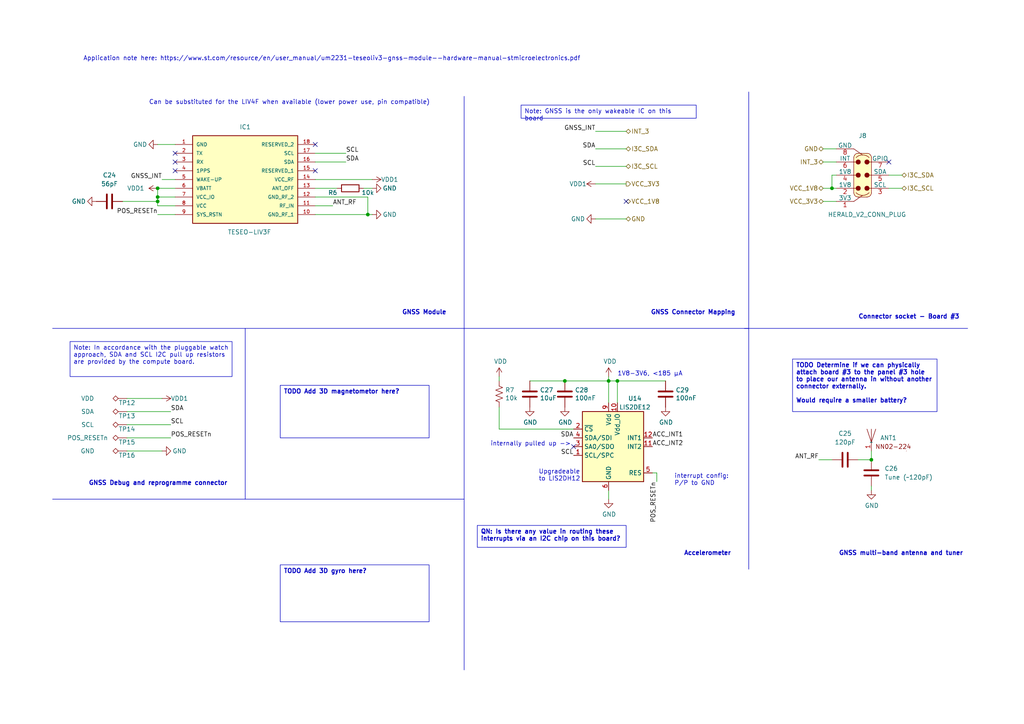
<source format=kicad_sch>
(kicad_sch (version 20230121) (generator eeschema)

  (uuid 9cbfbc8b-8558-4d7d-991b-4ad2d5373c0b)

  (paper "A4")

  (title_block
    (title "3D Positioning Board V1")
    (rev "1.0.0")
    (company "The Herald Project")
    (comment 1 "Copyright 2021-2023 All Rights Reserved")
    (comment 2 "Licensed under CERN OHL-P-V2")
  )

  (lib_symbols
    (symbol "Connector:TestPoint_Alt" (pin_numbers hide) (pin_names (offset 0.762) hide) (in_bom yes) (on_board yes)
      (property "Reference" "TP" (at 0 6.858 0)
        (effects (font (size 1.27 1.27)))
      )
      (property "Value" "TestPoint_Alt" (at 0 5.08 0)
        (effects (font (size 1.27 1.27)))
      )
      (property "Footprint" "" (at 5.08 0 0)
        (effects (font (size 1.27 1.27)) hide)
      )
      (property "Datasheet" "~" (at 5.08 0 0)
        (effects (font (size 1.27 1.27)) hide)
      )
      (property "ki_keywords" "test point tp" (at 0 0 0)
        (effects (font (size 1.27 1.27)) hide)
      )
      (property "ki_description" "test point (alternative shape)" (at 0 0 0)
        (effects (font (size 1.27 1.27)) hide)
      )
      (property "ki_fp_filters" "Pin* Test*" (at 0 0 0)
        (effects (font (size 1.27 1.27)) hide)
      )
      (symbol "TestPoint_Alt_0_1"
        (polyline
          (pts
            (xy 0 2.54)
            (xy -0.762 3.302)
            (xy 0 4.064)
            (xy 0.762 3.302)
            (xy 0 2.54)
          )
          (stroke (width 0) (type default))
          (fill (type none))
        )
      )
      (symbol "TestPoint_Alt_1_1"
        (pin passive line (at 0 0 90) (length 2.54)
          (name "1" (effects (font (size 1.27 1.27))))
          (number "1" (effects (font (size 1.27 1.27))))
        )
      )
    )
    (symbol "Device:C" (pin_numbers hide) (pin_names (offset 0.254)) (in_bom yes) (on_board yes)
      (property "Reference" "C" (at 0.635 2.54 0)
        (effects (font (size 1.27 1.27)) (justify left))
      )
      (property "Value" "C" (at 0.635 -2.54 0)
        (effects (font (size 1.27 1.27)) (justify left))
      )
      (property "Footprint" "" (at 0.9652 -3.81 0)
        (effects (font (size 1.27 1.27)) hide)
      )
      (property "Datasheet" "~" (at 0 0 0)
        (effects (font (size 1.27 1.27)) hide)
      )
      (property "ki_keywords" "cap capacitor" (at 0 0 0)
        (effects (font (size 1.27 1.27)) hide)
      )
      (property "ki_description" "Unpolarized capacitor" (at 0 0 0)
        (effects (font (size 1.27 1.27)) hide)
      )
      (property "ki_fp_filters" "C_*" (at 0 0 0)
        (effects (font (size 1.27 1.27)) hide)
      )
      (symbol "C_0_1"
        (polyline
          (pts
            (xy -2.032 -0.762)
            (xy 2.032 -0.762)
          )
          (stroke (width 0.508) (type default))
          (fill (type none))
        )
        (polyline
          (pts
            (xy -2.032 0.762)
            (xy 2.032 0.762)
          )
          (stroke (width 0.508) (type default))
          (fill (type none))
        )
      )
      (symbol "C_1_1"
        (pin passive line (at 0 3.81 270) (length 2.794)
          (name "~" (effects (font (size 1.27 1.27))))
          (number "1" (effects (font (size 1.27 1.27))))
        )
        (pin passive line (at 0 -3.81 90) (length 2.794)
          (name "~" (effects (font (size 1.27 1.27))))
          (number "2" (effects (font (size 1.27 1.27))))
        )
      )
    )
    (symbol "Device:R" (pin_numbers hide) (pin_names (offset 0)) (in_bom yes) (on_board yes)
      (property "Reference" "R" (at 2.032 0 90)
        (effects (font (size 1.27 1.27)))
      )
      (property "Value" "R" (at 0 0 90)
        (effects (font (size 1.27 1.27)))
      )
      (property "Footprint" "" (at -1.778 0 90)
        (effects (font (size 1.27 1.27)) hide)
      )
      (property "Datasheet" "~" (at 0 0 0)
        (effects (font (size 1.27 1.27)) hide)
      )
      (property "ki_keywords" "R res resistor" (at 0 0 0)
        (effects (font (size 1.27 1.27)) hide)
      )
      (property "ki_description" "Resistor" (at 0 0 0)
        (effects (font (size 1.27 1.27)) hide)
      )
      (property "ki_fp_filters" "R_*" (at 0 0 0)
        (effects (font (size 1.27 1.27)) hide)
      )
      (symbol "R_0_1"
        (rectangle (start -1.016 -2.54) (end 1.016 2.54)
          (stroke (width 0.254) (type default))
          (fill (type none))
        )
      )
      (symbol "R_1_1"
        (pin passive line (at 0 3.81 270) (length 1.27)
          (name "~" (effects (font (size 1.27 1.27))))
          (number "1" (effects (font (size 1.27 1.27))))
        )
        (pin passive line (at 0 -3.81 90) (length 1.27)
          (name "~" (effects (font (size 1.27 1.27))))
          (number "2" (effects (font (size 1.27 1.27))))
        )
      )
    )
    (symbol "Device:R_US" (pin_numbers hide) (pin_names (offset 0)) (in_bom yes) (on_board yes)
      (property "Reference" "R" (at 2.54 0 90)
        (effects (font (size 1.27 1.27)))
      )
      (property "Value" "R_US" (at -2.54 0 90)
        (effects (font (size 1.27 1.27)))
      )
      (property "Footprint" "" (at 1.016 -0.254 90)
        (effects (font (size 1.27 1.27)) hide)
      )
      (property "Datasheet" "~" (at 0 0 0)
        (effects (font (size 1.27 1.27)) hide)
      )
      (property "ki_keywords" "R res resistor" (at 0 0 0)
        (effects (font (size 1.27 1.27)) hide)
      )
      (property "ki_description" "Resistor, US symbol" (at 0 0 0)
        (effects (font (size 1.27 1.27)) hide)
      )
      (property "ki_fp_filters" "R_*" (at 0 0 0)
        (effects (font (size 1.27 1.27)) hide)
      )
      (symbol "R_US_0_1"
        (polyline
          (pts
            (xy 0 -2.286)
            (xy 0 -2.54)
          )
          (stroke (width 0) (type default))
          (fill (type none))
        )
        (polyline
          (pts
            (xy 0 2.286)
            (xy 0 2.54)
          )
          (stroke (width 0) (type default))
          (fill (type none))
        )
        (polyline
          (pts
            (xy 0 -0.762)
            (xy 1.016 -1.143)
            (xy 0 -1.524)
            (xy -1.016 -1.905)
            (xy 0 -2.286)
          )
          (stroke (width 0) (type default))
          (fill (type none))
        )
        (polyline
          (pts
            (xy 0 0.762)
            (xy 1.016 0.381)
            (xy 0 0)
            (xy -1.016 -0.381)
            (xy 0 -0.762)
          )
          (stroke (width 0) (type default))
          (fill (type none))
        )
        (polyline
          (pts
            (xy 0 2.286)
            (xy 1.016 1.905)
            (xy 0 1.524)
            (xy -1.016 1.143)
            (xy 0 0.762)
          )
          (stroke (width 0) (type default))
          (fill (type none))
        )
      )
      (symbol "R_US_1_1"
        (pin passive line (at 0 3.81 270) (length 1.27)
          (name "~" (effects (font (size 1.27 1.27))))
          (number "1" (effects (font (size 1.27 1.27))))
        )
        (pin passive line (at 0 -3.81 90) (length 1.27)
          (name "~" (effects (font (size 1.27 1.27))))
          (number "2" (effects (font (size 1.27 1.27))))
        )
      )
    )
    (symbol "Herald_Extras:HERALD_V2_CONN_PLUG" (pin_names (offset 0)) (in_bom yes) (on_board yes)
      (property "Reference" "J" (at 0 11.43 0)
        (effects (font (size 1.27 1.27)))
      )
      (property "Value" "HERALD_V2_CONN_PLUG" (at 0 -11.43 0)
        (effects (font (size 1.27 1.27)))
      )
      (property "Footprint" "" (at 0 3.81 0)
        (effects (font (size 1.27 1.27)) hide)
      )
      (property "Datasheet" "https://ele.kyocera.com/assets/products/connector/specification/201035861003.pdf" (at 1.27 -15.24 0)
        (effects (font (size 1.27 1.27)) hide)
      )
      (property "ki_keywords" "kyocera, 245861006004829+, 5861, herald, plug" (at 0 0 0)
        (effects (font (size 1.27 1.27)) hide)
      )
      (property "ki_description" "Herald extension boards plug connector. Kyocera 245861006004829+" (at 0 0 0)
        (effects (font (size 1.27 1.27)) hide)
      )
      (symbol "HERALD_V2_CONN_PLUG_0_1"
        (polyline
          (pts
            (xy -2.54 -7.62)
            (xy 0 -5.842)
          )
          (stroke (width 0) (type default))
          (fill (type none))
        )
        (polyline
          (pts
            (xy -2.54 -3.81)
            (xy -1.905 -3.81)
          )
          (stroke (width 0) (type default))
          (fill (type none))
        )
        (polyline
          (pts
            (xy -2.54 0)
            (xy -1.905 0)
          )
          (stroke (width 0) (type default))
          (fill (type none))
        )
        (polyline
          (pts
            (xy -2.54 3.81)
            (xy -1.905 3.81)
          )
          (stroke (width 0) (type default))
          (fill (type none))
        )
        (polyline
          (pts
            (xy -2.54 7.62)
            (xy 0 5.842)
          )
          (stroke (width 0) (type default))
          (fill (type none))
        )
        (polyline
          (pts
            (xy 2.54 -3.81)
            (xy 1.905 -3.81)
          )
          (stroke (width 0) (type default))
          (fill (type none))
        )
        (polyline
          (pts
            (xy 2.54 0)
            (xy 1.905 0)
          )
          (stroke (width 0) (type default))
          (fill (type none))
        )
        (polyline
          (pts
            (xy 2.54 3.81)
            (xy 1.905 3.81)
          )
          (stroke (width 0) (type default))
          (fill (type none))
        )
      )
      (symbol "HERALD_V2_CONN_PLUG_1_1"
        (arc (start -2.54 -5.08) (mid -2.168 -5.978) (end -1.27 -6.35)
          (stroke (width 0) (type default))
          (fill (type background))
        )
        (rectangle (start -2.54 5.08) (end 2.54 -5.08)
          (stroke (width -0.0001) (type default))
          (fill (type background))
        )
        (arc (start -1.905 -5.08) (mid 0 -5.8677) (end 1.905 -5.08)
          (stroke (width 0) (type default))
          (fill (type none))
        )
        (rectangle (start -1.27 -5.08) (end 1.27 -6.35)
          (stroke (width -0.0001) (type default))
          (fill (type background))
        )
        (circle (center -1.27 -3.81) (radius 0.635)
          (stroke (width 0) (type default))
          (fill (type outline))
        )
        (circle (center -1.27 0) (radius 0.635)
          (stroke (width 0) (type default))
          (fill (type outline))
        )
        (circle (center -1.27 3.81) (radius 0.635)
          (stroke (width 0) (type default))
          (fill (type outline))
        )
        (arc (start -1.27 6.35) (mid -2.168 5.978) (end -2.54 5.08)
          (stroke (width 0) (type default))
          (fill (type background))
        )
        (rectangle (start -1.27 6.35) (end 1.27 5.08)
          (stroke (width -0.0001) (type default))
          (fill (type background))
        )
        (polyline
          (pts
            (xy -2.54 5.08)
            (xy -2.54 -5.08)
          )
          (stroke (width 0) (type default))
          (fill (type none))
        )
        (polyline
          (pts
            (xy -1.27 -6.35)
            (xy 1.27 -6.35)
          )
          (stroke (width 0) (type default))
          (fill (type none))
        )
        (polyline
          (pts
            (xy -1.27 6.35)
            (xy 1.27 6.35)
          )
          (stroke (width 0) (type default))
          (fill (type none))
        )
        (polyline
          (pts
            (xy 2.54 -5.08)
            (xy 2.54 5.08)
          )
          (stroke (width 0) (type default))
          (fill (type none))
        )
        (arc (start 1.27 -6.35) (mid 2.168 -5.978) (end 2.54 -5.08)
          (stroke (width 0) (type default))
          (fill (type background))
        )
        (circle (center 1.27 -3.81) (radius 0.635)
          (stroke (width 0) (type default))
          (fill (type outline))
        )
        (circle (center 1.27 0) (radius 0.635)
          (stroke (width 0) (type default))
          (fill (type outline))
        )
        (circle (center 1.27 3.81) (radius 0.635)
          (stroke (width 0) (type default))
          (fill (type outline))
        )
        (arc (start 1.905 5.0841) (mid 0 5.872) (end -1.905 5.0841)
          (stroke (width 0) (type default))
          (fill (type none))
        )
        (arc (start 2.54 5.08) (mid 2.168 5.978) (end 1.27 6.35)
          (stroke (width 0) (type default))
          (fill (type background))
        )
        (text private "Note: Signal (and 1V8 pins) are each max 0.5A, 3V3 and GND are both max 5A" (at 1.27 -22.86 0)
          (effects (font (face "KiCad Font") (size 1.27 1.27)))
        )
        (text private "Note: You MUST join both 1V8 pins together immediately to allow greater current." (at 1.27 -19.05 0)
          (effects (font (face "KiCad Font") (size 1.27 1.27)))
        )
        (pin passive line (at -7.62 -7.62 0) (length 5.08)
          (name "3V3" (effects (font (size 1.27 1.27))))
          (number "1" (effects (font (size 1.27 1.27))))
        )
        (pin passive line (at -7.62 -3.81 0) (length 5.08)
          (name "1V8" (effects (font (size 1.27 1.27))))
          (number "2" (effects (font (size 1.27 1.27))))
        )
        (pin passive line (at 7.62 -3.81 180) (length 5.08)
          (name "SCL" (effects (font (size 1.27 1.27))))
          (number "3" (effects (font (size 1.27 1.27))))
        )
        (pin passive line (at -7.62 0 0) (length 5.08)
          (name "1V8" (effects (font (size 1.27 1.27))))
          (number "4" (effects (font (size 1.27 1.27))))
        )
        (pin bidirectional line (at 7.62 0 180) (length 5.08)
          (name "SDA" (effects (font (size 1.27 1.27))))
          (number "5" (effects (font (size 1.27 1.27))))
        )
        (pin bidirectional line (at -7.62 3.81 0) (length 5.08)
          (name "INT" (effects (font (size 1.27 1.27))))
          (number "6" (effects (font (size 1.27 1.27))))
        )
        (pin bidirectional line (at 7.62 3.81 180) (length 5.08)
          (name "GPIO" (effects (font (size 1.27 1.27))))
          (number "7" (effects (font (size 1.27 1.27))))
        )
        (pin passive line (at -7.62 7.62 0) (length 5.08)
          (name "GND" (effects (font (size 1.27 1.27))))
          (number "8" (effects (font (size 1.27 1.27))))
        )
      )
    )
    (symbol "Herald_Extras:TESEO-LIV3F" (pin_names (offset 1.016)) (in_bom yes) (on_board yes)
      (property "Reference" "IC" (at 6.35 5.08 0)
        (effects (font (size 1.27 1.27)) (justify left))
      )
      (property "Value" "TESEO-LIV3F" (at 26.67 -25.4 0)
        (effects (font (size 1.27 1.27)) (justify left))
      )
      (property "Footprint" "SON110P970X1010X230-18N" (at 20.32 2.54 0)
        (effects (font (size 1.27 1.27)) (justify bottom) hide)
      )
      (property "Datasheet" "" (at 0 0 0)
        (effects (font (size 1.27 1.27)) hide)
      )
      (property "MANUFACTURER_NAME" "STMicroelectronics" (at 20.32 -6.35 0)
        (effects (font (size 1.27 1.27)) (justify bottom) hide)
      )
      (property "MOUSER_PRICE-STOCK" "https://www.mouser.com/Search/Refine.aspx?Keyword=511-TESEO-LIV3F" (at 21.59 -29.21 0)
        (effects (font (size 0.9 0.9)) (justify bottom) hide)
      )
      (property "DESCRIPTION" "GPS Modules Tiny GNSS module" (at 10.16 -26.67 0)
        (effects (font (size 1.27 1.27)) (justify bottom) hide)
      )
      (property "MOUSER_PART_NUMBER" "511-TESEO-LIV3F" (at 20.32 -3.81 0)
        (effects (font (size 1.27 1.27)) (justify bottom) hide)
      )
      (property "HEIGHT" "2.3mm" (at 19.05 -16.51 0)
        (effects (font (size 1.27 1.27)) (justify bottom) hide)
      )
      (property "MANUFACTURER_PART_NUMBER" "TESEO-LIV3F" (at 19.05 -13.97 0)
        (effects (font (size 1.27 1.27)) (justify bottom) hide)
      )
      (property "ki_keywords" "gnss,gps,positioning,teseo" (at 0 0 0)
        (effects (font (size 1.27 1.27)) hide)
      )
      (property "ki_description" "GNSS/GPS module from Teseo" (at 0 0 0)
        (effects (font (size 1.27 1.27)) hide)
      )
      (symbol "TESEO-LIV3F_0_0"
        (rectangle (start 5.08 2.54) (end 35.56 -22.86)
          (stroke (width 0.254) (type default))
          (fill (type background))
        )
        (pin bidirectional line (at 40.64 -17.78 180) (length 5.08)
          (name "RF_IN" (effects (font (size 1.016 1.016))))
          (number "11" (effects (font (size 1.016 1.016))))
        )
        (pin bidirectional line (at 40.64 -12.7 180) (length 5.08)
          (name "ANT_OFF" (effects (font (size 1.016 1.016))))
          (number "13" (effects (font (size 1.016 1.016))))
        )
        (pin bidirectional line (at 40.64 -7.62 180) (length 5.08)
          (name "RESERVED_1" (effects (font (size 1.016 1.016))))
          (number "15" (effects (font (size 1.016 1.016))))
        )
        (pin bidirectional line (at 40.64 -5.08 180) (length 5.08)
          (name "SDA" (effects (font (size 1.016 1.016))))
          (number "16" (effects (font (size 1.016 1.016))))
        )
        (pin bidirectional line (at 40.64 0 180) (length 5.08)
          (name "RESERVED_2" (effects (font (size 1.016 1.016))))
          (number "18" (effects (font (size 1.016 1.016))))
        )
        (pin bidirectional line (at 0 -2.54 0) (length 5.08)
          (name "TX" (effects (font (size 1.016 1.016))))
          (number "2" (effects (font (size 1.016 1.016))))
        )
        (pin bidirectional line (at 0 -5.08 0) (length 5.08)
          (name "RX" (effects (font (size 1.016 1.016))))
          (number "3" (effects (font (size 1.016 1.016))))
        )
        (pin bidirectional line (at 0 -7.62 0) (length 5.08)
          (name "1PPS" (effects (font (size 1.016 1.016))))
          (number "4" (effects (font (size 1.016 1.016))))
        )
        (pin bidirectional line (at 0 -10.16 0) (length 5.08)
          (name "WAKE-UP" (effects (font (size 1.016 1.016))))
          (number "5" (effects (font (size 1.016 1.016))))
        )
      )
      (symbol "TESEO-LIV3F_1_0"
        (pin power_in line (at 0 0 0) (length 5.08)
          (name "GND" (effects (font (size 1.016 1.016))))
          (number "1" (effects (font (size 1.016 1.016))))
        )
        (pin power_in line (at 40.64 -20.32 180) (length 5.08)
          (name "GND_RF_1" (effects (font (size 1.016 1.016))))
          (number "10" (effects (font (size 1.016 1.016))))
        )
        (pin power_in line (at 40.64 -15.24 180) (length 5.08)
          (name "GND_RF_2" (effects (font (size 1.016 1.016))))
          (number "12" (effects (font (size 1.016 1.016))))
        )
        (pin power_in line (at 40.64 -10.16 180) (length 5.08)
          (name "VCC_RF" (effects (font (size 1.016 1.016))))
          (number "14" (effects (font (size 1.016 1.016))))
        )
        (pin passive line (at 40.64 -2.54 180) (length 5.08)
          (name "SCL" (effects (font (size 1.016 1.016))))
          (number "17" (effects (font (size 1.016 1.016))))
        )
        (pin power_in line (at 0 -12.7 0) (length 5.08)
          (name "VBATT" (effects (font (size 1.016 1.016))))
          (number "6" (effects (font (size 1.016 1.016))))
        )
        (pin passive line (at 0 -15.24 0) (length 5.08)
          (name "VCC_IO" (effects (font (size 1.016 1.016))))
          (number "7" (effects (font (size 1.016 1.016))))
        )
        (pin power_in line (at 0 -17.78 0) (length 5.08)
          (name "VCC" (effects (font (size 1.016 1.016))))
          (number "8" (effects (font (size 1.016 1.016))))
        )
        (pin input line (at 0 -20.32 0) (length 5.08)
          (name "SYS_RSTN" (effects (font (size 1.016 1.016))))
          (number "9" (effects (font (size 1.016 1.016))))
        )
      )
    )
    (symbol "Herald_Extras:VDD1" (power) (pin_names (offset 0)) (in_bom yes) (on_board yes)
      (property "Reference" "#PWR" (at 0 -3.81 0)
        (effects (font (size 1.27 1.27)) hide)
      )
      (property "Value" "VDD1" (at 0 3.81 0)
        (effects (font (size 1.27 1.27)))
      )
      (property "Footprint" "" (at 0 0 0)
        (effects (font (size 1.27 1.27)) hide)
      )
      (property "Datasheet" "" (at 0 0 0)
        (effects (font (size 1.27 1.27)) hide)
      )
      (property "ki_keywords" "power-flag" (at 0 0 0)
        (effects (font (size 1.27 1.27)) hide)
      )
      (property "ki_description" "Power symbol creates a global label with name \"VDD1\"" (at 0 0 0)
        (effects (font (size 1.27 1.27)) hide)
      )
      (symbol "VDD1_0_1"
        (polyline
          (pts
            (xy -0.762 1.27)
            (xy 0 2.54)
          )
          (stroke (width 0) (type solid))
          (fill (type none))
        )
        (polyline
          (pts
            (xy 0 0)
            (xy 0 2.54)
          )
          (stroke (width 0) (type solid))
          (fill (type none))
        )
        (polyline
          (pts
            (xy 0 2.54)
            (xy 0.762 1.27)
          )
          (stroke (width 0) (type solid))
          (fill (type none))
        )
      )
      (symbol "VDD1_1_1"
        (pin power_in line (at 0 0 90) (length 0) hide
          (name "VDD1" (effects (font (size 1.27 1.27))))
          (number "1" (effects (font (size 1.27 1.27))))
        )
      )
    )
    (symbol "NN02-224_1" (in_bom yes) (on_board yes)
      (property "Reference" "ANT" (at 5.08 1.27 0)
        (effects (font (size 1.27 1.27)))
      )
      (property "Value" "" (at 0 0 0)
        (effects (font (size 1.27 1.27)))
      )
      (property "Footprint" "" (at 0 0 0)
        (effects (font (size 1.27 1.27)) hide)
      )
      (property "Datasheet" "" (at 0 0 0)
        (effects (font (size 1.27 1.27)) hide)
      )
      (symbol "NN02-224_1_0_1"
        (rectangle (start 10.16 -2.54) (end 10.16 -2.54)
          (stroke (width 0) (type default))
          (fill (type none))
        )
      )
      (symbol "NN02-224_1_1_1"
        (polyline
          (pts
            (xy 0 0)
            (xy -1.27 3.81)
          )
          (stroke (width 0) (type default))
          (fill (type none))
        )
        (polyline
          (pts
            (xy 0 0)
            (xy 0 3.81)
          )
          (stroke (width 0) (type default))
          (fill (type none))
        )
        (polyline
          (pts
            (xy 0 0)
            (xy 1.27 3.81)
          )
          (stroke (width 0) (type default))
          (fill (type none))
        )
        (text private "Application Note for GNSS here:-\nhttps://ignion.io/files/AN_GPS-GLONASS-and-BeiDou-in-a-single-antenna.pdf" (at 1.27 -13.97 0)
          (effects (font (size 0.9 0.9)))
        )
        (text "NN02-224" (at 6.35 -1.27 0)
          (effects (font (size 1.27 1.27)))
        )
        (text private "RUN mXTEND" (at 8.89 -7.62 0)
          (effects (font (size 1.27 1.27)))
        )
        (text private "Symbol provided by The Herald Project\nhttps://github.com/theheraldproject/herald-hardware" (at 1.27 -17.78 0)
          (effects (font (size 0.9 0.9)))
        )
        (pin bidirectional line (at 0 -2.54 90) (length 2.54)
          (name "" (effects (font (size 1.27 1.27))))
          (number "1" (effects (font (size 1.27 1.27))))
        )
      )
    )
    (symbol "Sensor_Motion:LIS2DE12" (in_bom yes) (on_board yes)
      (property "Reference" "U" (at -5.08 11.43 0)
        (effects (font (size 1.27 1.27)) (justify right))
      )
      (property "Value" "LIS2DE12" (at 3.81 11.43 0)
        (effects (font (size 1.27 1.27)) (justify left))
      )
      (property "Footprint" "Package_LGA:LGA-12_2x2mm_P0.5mm" (at 3.81 13.97 0)
        (effects (font (size 1.27 1.27)) (justify left) hide)
      )
      (property "Datasheet" "https://www.st.com/resource/en/datasheet/lis2DE12.pdf" (at -8.89 0 0)
        (effects (font (size 1.27 1.27)) hide)
      )
      (property "ki_keywords" "3-axis accelerometer spi mems" (at 0 0 0)
        (effects (font (size 1.27 1.27)) hide)
      )
      (property "ki_description" "3-Axis Accelerometer, 2/4/8/16g range, I2C/SPI interface" (at 0 0 0)
        (effects (font (size 1.27 1.27)) hide)
      )
      (property "ki_fp_filters" "LGA*2x2mm*P0.5mm*" (at 0 0 0)
        (effects (font (size 1.27 1.27)) hide)
      )
      (symbol "LIS2DE12_0_1"
        (rectangle (start -7.62 10.16) (end 10.16 -10.16)
          (stroke (width 0.254) (type default))
          (fill (type background))
        )
      )
      (symbol "LIS2DE12_1_1"
        (pin input line (at -10.16 -2.54 0) (length 2.54)
          (name "SCL/SPC" (effects (font (size 1.27 1.27))))
          (number "1" (effects (font (size 1.27 1.27))))
        )
        (pin power_in line (at 2.54 12.7 270) (length 2.54)
          (name "Vdd_IO" (effects (font (size 1.27 1.27))))
          (number "10" (effects (font (size 1.27 1.27))))
        )
        (pin output line (at 12.7 0 180) (length 2.54)
          (name "INT2" (effects (font (size 1.27 1.27))))
          (number "11" (effects (font (size 1.27 1.27))))
        )
        (pin output line (at 12.7 2.54 180) (length 2.54)
          (name "INT1" (effects (font (size 1.27 1.27))))
          (number "12" (effects (font (size 1.27 1.27))))
        )
        (pin input line (at -10.16 5.08 0) (length 2.54)
          (name "~{CS}" (effects (font (size 1.27 1.27))))
          (number "2" (effects (font (size 1.27 1.27))))
        )
        (pin bidirectional line (at -10.16 0 0) (length 2.54)
          (name "SA0/SDO" (effects (font (size 1.27 1.27))))
          (number "3" (effects (font (size 1.27 1.27))))
        )
        (pin bidirectional line (at -10.16 2.54 0) (length 2.54)
          (name "SDA/SDI" (effects (font (size 1.27 1.27))))
          (number "4" (effects (font (size 1.27 1.27))))
        )
        (pin passive line (at 12.7 -7.62 180) (length 2.54)
          (name "RES" (effects (font (size 1.27 1.27))))
          (number "5" (effects (font (size 1.27 1.27))))
        )
        (pin power_in line (at 0 -12.7 90) (length 2.54)
          (name "GND" (effects (font (size 1.27 1.27))))
          (number "6" (effects (font (size 1.27 1.27))))
        )
        (pin passive line (at 0 -12.7 90) (length 2.54) hide
          (name "GND" (effects (font (size 1.27 1.27))))
          (number "7" (effects (font (size 1.27 1.27))))
        )
        (pin passive line (at 0 -12.7 90) (length 2.54) hide
          (name "GND" (effects (font (size 1.27 1.27))))
          (number "8" (effects (font (size 1.27 1.27))))
        )
        (pin power_in line (at 0 12.7 270) (length 2.54)
          (name "Vdd" (effects (font (size 1.27 1.27))))
          (number "9" (effects (font (size 1.27 1.27))))
        )
      )
    )
    (symbol "power:GND" (power) (pin_names (offset 0)) (in_bom yes) (on_board yes)
      (property "Reference" "#PWR" (at 0 -6.35 0)
        (effects (font (size 1.27 1.27)) hide)
      )
      (property "Value" "GND" (at 0 -3.81 0)
        (effects (font (size 1.27 1.27)))
      )
      (property "Footprint" "" (at 0 0 0)
        (effects (font (size 1.27 1.27)) hide)
      )
      (property "Datasheet" "" (at 0 0 0)
        (effects (font (size 1.27 1.27)) hide)
      )
      (property "ki_keywords" "global power" (at 0 0 0)
        (effects (font (size 1.27 1.27)) hide)
      )
      (property "ki_description" "Power symbol creates a global label with name \"GND\" , ground" (at 0 0 0)
        (effects (font (size 1.27 1.27)) hide)
      )
      (symbol "GND_0_1"
        (polyline
          (pts
            (xy 0 0)
            (xy 0 -1.27)
            (xy 1.27 -1.27)
            (xy 0 -2.54)
            (xy -1.27 -1.27)
            (xy 0 -1.27)
          )
          (stroke (width 0) (type default))
          (fill (type none))
        )
      )
      (symbol "GND_1_1"
        (pin power_in line (at 0 0 270) (length 0) hide
          (name "GND" (effects (font (size 1.27 1.27))))
          (number "1" (effects (font (size 1.27 1.27))))
        )
      )
    )
    (symbol "power:VDD" (power) (pin_names (offset 0)) (in_bom yes) (on_board yes)
      (property "Reference" "#PWR" (at 0 -3.81 0)
        (effects (font (size 1.27 1.27)) hide)
      )
      (property "Value" "VDD" (at 0 3.81 0)
        (effects (font (size 1.27 1.27)))
      )
      (property "Footprint" "" (at 0 0 0)
        (effects (font (size 1.27 1.27)) hide)
      )
      (property "Datasheet" "" (at 0 0 0)
        (effects (font (size 1.27 1.27)) hide)
      )
      (property "ki_keywords" "global power" (at 0 0 0)
        (effects (font (size 1.27 1.27)) hide)
      )
      (property "ki_description" "Power symbol creates a global label with name \"VDD\"" (at 0 0 0)
        (effects (font (size 1.27 1.27)) hide)
      )
      (symbol "VDD_0_1"
        (polyline
          (pts
            (xy -0.762 1.27)
            (xy 0 2.54)
          )
          (stroke (width 0) (type default))
          (fill (type none))
        )
        (polyline
          (pts
            (xy 0 0)
            (xy 0 2.54)
          )
          (stroke (width 0) (type default))
          (fill (type none))
        )
        (polyline
          (pts
            (xy 0 2.54)
            (xy 0.762 1.27)
          )
          (stroke (width 0) (type default))
          (fill (type none))
        )
      )
      (symbol "VDD_1_1"
        (pin power_in line (at 0 0 90) (length 0) hide
          (name "VDD" (effects (font (size 1.27 1.27))))
          (number "1" (effects (font (size 1.27 1.27))))
        )
      )
    )
  )

  (junction (at 163.83 110.49) (diameter 0) (color 0 0 0 0)
    (uuid 498f93b1-fa92-46cc-a78a-8552261746ea)
  )
  (junction (at 241.3 54.61) (diameter 0) (color 0 0 0 0)
    (uuid 52745b98-2cd7-485a-aafa-69d21ba26123)
  )
  (junction (at 45.72 54.61) (diameter 0) (color 0 0 0 0)
    (uuid 68d83102-a635-4b4d-a263-18917b270774)
  )
  (junction (at 106.68 62.23) (diameter 0) (color 0 0 0 0)
    (uuid a8ec8ae7-2ea4-4f73-a541-f80d50ff81a2)
  )
  (junction (at 176.53 110.49) (diameter 0) (color 0 0 0 0)
    (uuid aa0a0ec2-3527-4e1f-b5d5-b22cf781ba74)
  )
  (junction (at 45.72 58.42) (diameter 0) (color 0 0 0 0)
    (uuid c4847d4b-789e-4760-91ff-3575aa1b3f3c)
  )
  (junction (at 252.73 133.35) (diameter 0) (color 0 0 0 0)
    (uuid d03f3a3f-b91e-4bc5-882c-c218998ab51d)
  )
  (junction (at 45.72 57.15) (diameter 0) (color 0 0 0 0)
    (uuid d73704f3-7628-4629-a228-a9f0ea9e8b1e)
  )
  (junction (at 179.07 110.49) (diameter 0) (color 0 0 0 0)
    (uuid f7120c3d-09db-4f80-9e5d-c963a272dec0)
  )

  (no_connect (at 91.44 41.91) (uuid 46792089-38c3-4018-a9b2-5afbfcb4a562))
  (no_connect (at 91.44 49.53) (uuid 61b0f75c-86ce-4eaa-a38b-d796de79f8a3))
  (no_connect (at 50.8 49.53) (uuid 81c8a29a-623f-4d3b-87b3-7cfc1e9ce91f))
  (no_connect (at 181.61 58.42) (uuid 8e80789e-8ccf-463b-8fc8-ea7d546841dc))
  (no_connect (at 50.8 46.99) (uuid b39c62ca-a07e-4ce0-9642-72b11fdd2b78))
  (no_connect (at 50.8 44.45) (uuid effd7e59-78f0-4446-a254-2d97a3f18729))
  (no_connect (at 166.37 129.54) (uuid f34a6ef2-264b-49c0-9bdc-f1f906e230b4))
  (no_connect (at 257.81 46.99) (uuid f85e6bab-30b1-4367-b3b8-05b4f685a13c))

  (polyline (pts (xy 15.24 95.25) (xy 280.67 95.25))
    (stroke (width 0) (type default))
    (uuid 07269776-fdfa-492c-84d5-3dd41ba21ac2)
  )

  (wire (pts (xy 248.92 133.35) (xy 252.73 133.35))
    (stroke (width 0) (type default))
    (uuid 0767eae3-e950-43d9-bf8b-cec6cec48cdf)
  )
  (wire (pts (xy 252.73 130.81) (xy 252.73 133.35))
    (stroke (width 0) (type default))
    (uuid 07d421ba-ffa0-4381-8ef9-7b489a5a57f7)
  )
  (wire (pts (xy 172.72 43.18) (xy 181.61 43.18))
    (stroke (width 0) (type default))
    (uuid 0b1805bf-85f7-4940-b96d-f1d545f968f8)
  )
  (wire (pts (xy 36.83 115.57) (xy 46.99 115.57))
    (stroke (width 0) (type default))
    (uuid 1132c4f1-e9bf-4021-b4fb-c66292db08b1)
  )
  (wire (pts (xy 252.73 142.24) (xy 252.73 140.97))
    (stroke (width 0) (type default))
    (uuid 1197e376-39d8-4b7f-92db-19064d4e9ff2)
  )
  (wire (pts (xy 91.44 44.45) (xy 100.33 44.45))
    (stroke (width 0) (type default))
    (uuid 204564c3-22dd-4892-a40b-ba138cd89aa0)
  )
  (wire (pts (xy 238.76 43.18) (xy 242.57 43.18))
    (stroke (width 0) (type default))
    (uuid 23510aab-9441-4882-ab80-5ae5c66b0ee2)
  )
  (wire (pts (xy 163.83 110.49) (xy 176.53 110.49))
    (stroke (width 0) (type default))
    (uuid 38cb9024-3a59-4a45-aef1-f77b8822aa46)
  )
  (polyline (pts (xy 217.17 165.1) (xy 217.17 95.25))
    (stroke (width 0) (type default))
    (uuid 3b655846-eefd-4cfc-a1d9-8a81316d6702)
  )

  (wire (pts (xy 45.72 54.61) (xy 50.8 54.61))
    (stroke (width 0) (type default))
    (uuid 3cf868a7-0bbf-44e7-a0c0-dab411a8528b)
  )
  (wire (pts (xy 36.83 123.19) (xy 49.53 123.19))
    (stroke (width 0) (type default))
    (uuid 486bddff-cb77-4497-8ccc-88af59c3caa2)
  )
  (wire (pts (xy 45.72 58.42) (xy 45.72 59.69))
    (stroke (width 0) (type default))
    (uuid 4d8581cf-3e27-4446-a018-d01503614826)
  )
  (wire (pts (xy 166.37 124.46) (xy 144.78 124.46))
    (stroke (width 0) (type default))
    (uuid 4f1cef56-4200-4264-a5a8-624e0dfa56e8)
  )
  (wire (pts (xy 163.83 110.49) (xy 153.67 110.49))
    (stroke (width 0) (type default))
    (uuid 50cf870f-a05b-43bd-96fe-e2bada3a4ab6)
  )
  (wire (pts (xy 176.53 110.49) (xy 179.07 110.49))
    (stroke (width 0) (type default))
    (uuid 536a04e3-c64c-4b1d-8c9e-65b075ab33db)
  )
  (wire (pts (xy 91.44 46.99) (xy 100.33 46.99))
    (stroke (width 0) (type default))
    (uuid 54483bd0-5d9f-48b7-9f55-3fa6f77b198b)
  )
  (wire (pts (xy 241.3 54.61) (xy 242.57 54.61))
    (stroke (width 0) (type default))
    (uuid 56202004-6644-474b-ba1f-333ee9f81796)
  )
  (wire (pts (xy 176.53 110.49) (xy 176.53 116.84))
    (stroke (width 0) (type default))
    (uuid 5b3af0bc-0c0b-470d-8c61-ee503732a3f8)
  )
  (wire (pts (xy 190.5 139.7) (xy 190.5 137.16))
    (stroke (width 0) (type default))
    (uuid 5d462fb1-cf02-45f9-aa7b-6595b9cf7a32)
  )
  (wire (pts (xy 36.83 127) (xy 49.53 127))
    (stroke (width 0) (type default))
    (uuid 68858eb0-87b0-4a6d-bbac-cda31522b81a)
  )
  (wire (pts (xy 241.3 50.8) (xy 241.3 54.61))
    (stroke (width 0) (type default))
    (uuid 6ef2a182-87f7-44f5-ac8f-678a83f2e77b)
  )
  (wire (pts (xy 242.57 50.8) (xy 241.3 50.8))
    (stroke (width 0) (type default))
    (uuid 6f1c9af3-bd56-4f37-8f06-4938a38d522c)
  )
  (polyline (pts (xy 217.17 95.25) (xy 215.9 95.25))
    (stroke (width 0) (type default))
    (uuid 6ff313d9-183c-4a96-8ad3-7bd34129f39c)
  )

  (wire (pts (xy 91.44 57.15) (xy 106.68 57.15))
    (stroke (width 0) (type default))
    (uuid 75a87b3c-0a4a-4ddc-b74c-8fb22ad5704c)
  )
  (wire (pts (xy 144.78 124.46) (xy 144.78 118.11))
    (stroke (width 0) (type default))
    (uuid 7c9027ec-a4ff-489e-89d5-c973f1c28a53)
  )
  (wire (pts (xy 238.76 58.42) (xy 242.57 58.42))
    (stroke (width 0) (type default))
    (uuid 81539aaa-d771-4fff-9f04-e5a41b00a1dd)
  )
  (wire (pts (xy 36.83 119.38) (xy 49.53 119.38))
    (stroke (width 0) (type default))
    (uuid 8ca6e7b9-04dd-42de-98c3-4a8858ee5a67)
  )
  (wire (pts (xy 238.76 54.61) (xy 241.3 54.61))
    (stroke (width 0) (type default))
    (uuid 8f8dfdc7-627d-43ae-bacf-6b0ccedf7faa)
  )
  (wire (pts (xy 35.56 58.42) (xy 45.72 58.42))
    (stroke (width 0) (type default))
    (uuid 8feb6cee-e5e3-4200-9f85-f14a35c94e8e)
  )
  (wire (pts (xy 176.53 142.24) (xy 176.53 144.78))
    (stroke (width 0) (type default))
    (uuid 918a7f68-8098-44c8-9d3e-dac5b3125909)
  )
  (wire (pts (xy 190.5 137.16) (xy 189.23 137.16))
    (stroke (width 0) (type default))
    (uuid 948a30b5-7707-4e49-9644-4bfa598a09f7)
  )
  (wire (pts (xy 237.49 133.35) (xy 241.3 133.35))
    (stroke (width 0) (type default))
    (uuid 97da8932-7399-42c8-a385-c7f1cdb69ab0)
  )
  (polyline (pts (xy 71.12 95.25) (xy 71.12 144.78))
    (stroke (width 0) (type default))
    (uuid 9a37fd62-b557-4e21-af66-6a214c88b1c0)
  )

  (wire (pts (xy 45.72 57.15) (xy 45.72 58.42))
    (stroke (width 0) (type default))
    (uuid 9d4577d9-abfa-4d59-b4f3-317ea16b7964)
  )
  (polyline (pts (xy 15.24 144.78) (xy 134.62 144.78))
    (stroke (width 0) (type default))
    (uuid 9e114846-fe43-424d-9a9c-d158ab1cfc6c)
  )

  (wire (pts (xy 105.41 54.61) (xy 107.95 54.61))
    (stroke (width 0) (type default))
    (uuid a682f256-00fb-4651-ac3e-c5486c79361c)
  )
  (wire (pts (xy 91.44 54.61) (xy 97.79 54.61))
    (stroke (width 0) (type default))
    (uuid ab18daf4-f130-4709-a5b6-0bd38dd03f94)
  )
  (wire (pts (xy 91.44 59.69) (xy 96.52 59.69))
    (stroke (width 0) (type default))
    (uuid ab408c02-5998-46b9-9268-d2e2cfb99f9e)
  )
  (wire (pts (xy 172.72 63.5) (xy 181.61 63.5))
    (stroke (width 0) (type default))
    (uuid b0b1ef79-9b43-46e1-8fc4-a545fbfc87b6)
  )
  (wire (pts (xy 172.72 48.26) (xy 181.61 48.26))
    (stroke (width 0) (type default))
    (uuid b164e939-8339-4f96-9a06-e73171f72723)
  )
  (wire (pts (xy 257.81 50.8) (xy 261.62 50.8))
    (stroke (width 0) (type default))
    (uuid b27961be-879b-4951-82b9-013e6b533072)
  )
  (wire (pts (xy 238.76 46.99) (xy 242.57 46.99))
    (stroke (width 0) (type default))
    (uuid b38b5812-a42a-4e87-a539-71cdf7428d9c)
  )
  (wire (pts (xy 45.72 54.61) (xy 45.72 57.15))
    (stroke (width 0) (type default))
    (uuid b3bfb0a1-5eb9-4f36-a208-b989b9a8772e)
  )
  (wire (pts (xy 36.83 130.81) (xy 46.99 130.81))
    (stroke (width 0) (type default))
    (uuid bc0d5fa3-af8f-49e4-ab74-e7ca88d6fe89)
  )
  (wire (pts (xy 144.78 109.22) (xy 144.78 110.49))
    (stroke (width 0) (type default))
    (uuid bf3f8eea-22f8-4ea9-a53e-7d72f6ee234b)
  )
  (polyline (pts (xy 134.62 95.25) (xy 134.62 194.31))
    (stroke (width 0) (type default))
    (uuid c453ddd7-c80f-4ae3-9102-36a3111cb756)
  )

  (wire (pts (xy 172.72 53.34) (xy 181.61 53.34))
    (stroke (width 0) (type default))
    (uuid c4eeb9fe-cadf-461b-94ce-f878a553c580)
  )
  (wire (pts (xy 45.72 59.69) (xy 50.8 59.69))
    (stroke (width 0) (type default))
    (uuid ca124cfc-430b-4193-b510-a30bed209c15)
  )
  (wire (pts (xy 46.99 52.07) (xy 50.8 52.07))
    (stroke (width 0) (type default))
    (uuid d2ba405a-e5d1-4725-a984-b93daa47bc7b)
  )
  (wire (pts (xy 179.07 110.49) (xy 193.04 110.49))
    (stroke (width 0) (type default))
    (uuid d3897a0f-f75b-4926-b2f0-71ced6c381e1)
  )
  (wire (pts (xy 45.72 57.15) (xy 50.8 57.15))
    (stroke (width 0) (type default))
    (uuid d84933da-d9bc-4139-83d8-c3a74179b5a2)
  )
  (wire (pts (xy 257.81 54.61) (xy 261.62 54.61))
    (stroke (width 0) (type default))
    (uuid d8ee1589-6a8e-446a-bfbe-18bc71e1a112)
  )
  (polyline (pts (xy 134.62 27.94) (xy 134.62 95.25))
    (stroke (width 0) (type default))
    (uuid ddf03a8b-ab94-4151-a6ee-3df7e0d89188)
  )

  (wire (pts (xy 45.72 41.91) (xy 50.8 41.91))
    (stroke (width 0) (type default))
    (uuid e07b0d9f-a7eb-4243-9721-07e58d5c9e2b)
  )
  (wire (pts (xy 106.68 57.15) (xy 106.68 62.23))
    (stroke (width 0) (type default))
    (uuid e334ee90-1b31-41bd-9b87-e3a591fd8906)
  )
  (wire (pts (xy 172.72 38.1) (xy 181.61 38.1))
    (stroke (width 0) (type default))
    (uuid e830d168-9e46-4e0d-9a55-09be78d8b378)
  )
  (wire (pts (xy 91.44 52.07) (xy 107.95 52.07))
    (stroke (width 0) (type default))
    (uuid ea156dff-4f59-4660-84cc-c1cf3b130ca0)
  )
  (wire (pts (xy 91.44 62.23) (xy 106.68 62.23))
    (stroke (width 0) (type default))
    (uuid ea665d1f-86e5-4247-85d1-dd46dae1a1bc)
  )
  (wire (pts (xy 179.07 110.49) (xy 179.07 116.84))
    (stroke (width 0) (type default))
    (uuid ef973497-dd51-4eda-a273-445218eec34a)
  )
  (wire (pts (xy 45.72 62.23) (xy 50.8 62.23))
    (stroke (width 0) (type default))
    (uuid f14303ca-6413-41f0-b5aa-d8d069f5cd92)
  )
  (polyline (pts (xy 217.17 26.67) (xy 217.17 95.25))
    (stroke (width 0) (type default))
    (uuid f34d3ebc-32b5-428a-aa75-c010145aaa7e)
  )

  (wire (pts (xy 176.53 109.22) (xy 176.53 110.49))
    (stroke (width 0) (type default))
    (uuid feada850-e554-47fa-a7b3-78336759652c)
  )
  (wire (pts (xy 107.95 62.23) (xy 106.68 62.23))
    (stroke (width 0) (type default))
    (uuid fed321ea-10aa-428e-86c1-91280f5dce10)
  )

  (text_box "Note: GNSS is the only wakeable IC on this board"
    (at 151.13 30.48 0) (size 50.8 3.81)
    (stroke (width 0) (type default))
    (fill (type none))
    (effects (font (size 1.27 1.27)) (justify left top))
    (uuid 3ff53836-3780-4e7e-8de2-177420762dfc)
  )
  (text_box "TODO Add 3D gyro here?"
    (at 81.28 163.83 0) (size 43.18 16.51)
    (stroke (width 0) (type default))
    (fill (type none))
    (effects (font (size 1.27 1.27) bold) (justify left top))
    (uuid 402c56be-4cc7-496e-8b08-698b033d16b4)
  )
  (text_box "Note: In accordance with the pluggable watch approach, SDA and SCL I2C pull up resistors are provided by the compute board."
    (at 20.32 99.06 0) (size 46.99 10.16)
    (stroke (width 0) (type default))
    (fill (type none))
    (effects (font (size 1.27 1.27)) (justify left top))
    (uuid 43651fba-3e6f-4882-9732-a5b65724f80e)
  )
  (text_box "QN: Is there any value in routing these interrupts via an I2C chip on this board?"
    (at 138.43 152.4 0) (size 43.18 6.35)
    (stroke (width 0) (type default))
    (fill (type none))
    (effects (font (size 1.27 1.27) bold) (justify left top))
    (uuid b430e227-f71d-4068-8ae3-ebbf42defbe9)
  )
  (text_box "TODO Add 3D magnetometor here?"
    (at 81.28 111.76 0) (size 43.18 15.24)
    (stroke (width 0) (type default))
    (fill (type none))
    (effects (font (size 1.27 1.27) bold) (justify left top))
    (uuid ddf21551-4170-41fa-9a85-16203453a4c4)
  )
  (text_box "TODO Determine if we can physically attach board #3 to the panel #3 hole to place our antenna in without another connector externally.\n\nWould require a smaller battery?"
    (at 229.87 104.14 0) (size 41.91 15.24)
    (stroke (width 0) (type default))
    (fill (type none))
    (effects (font (size 1.27 1.27) (thickness 0.254) bold) (justify left top))
    (uuid f72c7da0-4988-4fd3-91dc-1d104256d525)
  )

  (text "interrupt config:\nP/P to GND" (at 195.58 140.97 0)
    (effects (font (size 1.27 1.27)) (justify left bottom))
    (uuid 423e9559-3eea-464d-af9d-5b260af093ba)
  )
  (text "GNSS Module" (at 129.54 91.44 0)
    (effects (font (size 1.27 1.27) (thickness 0.254) bold) (justify right bottom))
    (uuid 5083a3d8-0263-4422-b32f-236636e89e1e)
  )
  (text "GNSS multi-band antenna and tuner" (at 279.4 161.29 0)
    (effects (font (size 1.27 1.27) (thickness 0.254) bold) (justify right bottom))
    (uuid 52bcdcc2-6ee6-47d7-9a45-3a54d083fcc2)
  )
  (text "1V8-3V6, <185 µA" (at 179.07 109.22 0)
    (effects (font (size 1.27 1.27)) (justify left bottom))
    (uuid 65f70422-d789-4e75-afc0-f763a813f72d)
  )
  (text "Upgradeable\nto LIS2DH12" (at 156.21 139.7 0)
    (effects (font (size 1.27 1.27)) (justify left bottom))
    (uuid 6c0e11c7-7b50-4326-94bc-a8958d1b734c)
  )
  (text "internally pulled up ->" (at 142.24 129.54 0)
    (effects (font (size 1.27 1.27)) (justify left bottom))
    (uuid 85d963d5-e216-470d-bf90-e5af163a99b7)
  )
  (text "Accelerometer" (at 212.09 161.29 0)
    (effects (font (size 1.27 1.27) (thickness 0.254) bold) (justify right bottom))
    (uuid 90dc75bb-a164-4540-9830-569f76350e7f)
  )
  (text "Application note here: https://www.st.com/resource/en/user_manual/um2231-teseoliv3-gnss-module--hardware-manual-stmicroelectronics.pdf"
    (at 24.13 17.78 0)
    (effects (font (size 1.27 1.27)) (justify left bottom) (href "https://www.st.com/resource/en/user_manual/um2231-teseoliv3-gnss-module--hardware-manual-stmicroelectronics.pdf"))
    (uuid abe7f382-52eb-41f6-8db5-f780f91e7147)
  )
  (text "Can be substituted for the LIV4F when available (lower power use, pin compatible)"
    (at 43.18 30.48 0)
    (effects (font (size 1.27 1.27)) (justify left bottom) (href "https://www.st.com/resource/en/datasheet/teseo-liv4f.pdf"))
    (uuid bbe29aed-a8b9-430c-bb2e-442ac144a36c)
  )
  (text "GNSS Connector Mapping" (at 213.36 91.44 0)
    (effects (font (size 1.27 1.27) (thickness 0.254) bold) (justify right bottom))
    (uuid c94e8b96-b077-442f-b670-0c152c9d787c)
  )
  (text "Connector socket - Board #3" (at 248.92 92.71 0)
    (effects (font (size 1.27 1.27) (thickness 0.254) bold) (justify left bottom))
    (uuid e5e034fc-35ab-4504-97e8-9766d56ad97a)
  )
  (text "GNSS Debug and reprogramme connector" (at 66.04 140.97 0)
    (effects (font (size 1.27 1.27) (thickness 0.254) bold) (justify right bottom))
    (uuid f8b0af72-908b-4717-bc41-b4d4d72fd724)
  )

  (label "SCL" (at 166.37 132.08 180) (fields_autoplaced)
    (effects (font (size 1.27 1.27)) (justify right bottom))
    (uuid 0d259c90-4ec1-4350-acc6-1afc6afb40d5)
  )
  (label "ACC_INT1" (at 189.23 127 0) (fields_autoplaced)
    (effects (font (size 1.27 1.27)) (justify left bottom))
    (uuid 0eb69e44-c74b-4513-b58d-93dc948e5be4)
  )
  (label "POS_RESETn" (at 45.72 62.23 180) (fields_autoplaced)
    (effects (font (size 1.27 1.27)) (justify right bottom))
    (uuid 2c9320f8-722b-40c3-8991-5257f1a09647)
  )
  (label "POS_RESETn" (at 190.5 139.7 270) (fields_autoplaced)
    (effects (font (size 1.27 1.27)) (justify right bottom))
    (uuid 39a67e2c-301d-4dca-8011-5f614f1bc427)
  )
  (label "SDA" (at 172.72 43.18 180) (fields_autoplaced)
    (effects (font (size 1.27 1.27)) (justify right bottom))
    (uuid 426a7494-de99-4055-9c44-66bd57966d74)
  )
  (label "ACC_INT2" (at 189.23 129.54 0) (fields_autoplaced)
    (effects (font (size 1.27 1.27)) (justify left bottom))
    (uuid 4ce83b16-e62c-4852-b56b-ff9e48ec526a)
  )
  (label "GNSS_INT" (at 172.72 38.1 180) (fields_autoplaced)
    (effects (font (size 1.27 1.27)) (justify right bottom))
    (uuid 6fa00ed5-0fa7-442a-9b0f-037d0247ebd8)
  )
  (label "SDA" (at 166.37 127 180) (fields_autoplaced)
    (effects (font (size 1.27 1.27)) (justify right bottom))
    (uuid 7c529158-c0c4-4239-b48d-5ecf556cb0ce)
  )
  (label "POS_RESETn" (at 49.53 127 0) (fields_autoplaced)
    (effects (font (size 1.27 1.27)) (justify left bottom))
    (uuid 7e60305f-8765-407f-acb3-f563928e4c93)
  )
  (label "ANT_RF" (at 96.52 59.69 0) (fields_autoplaced)
    (effects (font (size 1.27 1.27)) (justify left bottom))
    (uuid 7f5b52d7-ea1a-47ab-94ea-0f942cfaa9bf)
  )
  (label "SDA" (at 100.33 46.99 0) (fields_autoplaced)
    (effects (font (size 1.27 1.27)) (justify left bottom))
    (uuid 883598d3-3fd6-49ef-8a2b-ba41951b0454)
  )
  (label "SDA" (at 49.53 119.38 0) (fields_autoplaced)
    (effects (font (size 1.27 1.27)) (justify left bottom))
    (uuid 8b793745-9a4e-4419-b069-1b2686cb8dcf)
  )
  (label "ANT_RF" (at 237.49 133.35 180) (fields_autoplaced)
    (effects (font (size 1.27 1.27)) (justify right bottom))
    (uuid 98eb908f-db8b-4afd-8ae2-46fc6c79a20a)
  )
  (label "SCL" (at 49.53 123.19 0) (fields_autoplaced)
    (effects (font (size 1.27 1.27)) (justify left bottom))
    (uuid d22a89b9-8eec-4599-83e0-bff5c36f7082)
  )
  (label "SCL" (at 172.72 48.26 180) (fields_autoplaced)
    (effects (font (size 1.27 1.27)) (justify right bottom))
    (uuid e795cbe7-c2d9-4e54-9ae3-5bc1b8f1f0b3)
  )
  (label "GNSS_INT" (at 46.99 52.07 180) (fields_autoplaced)
    (effects (font (size 1.27 1.27)) (justify right bottom))
    (uuid efca86ca-312f-48af-b776-1bfa001b4ade)
  )
  (label "SCL" (at 100.33 44.45 0) (fields_autoplaced)
    (effects (font (size 1.27 1.27)) (justify left bottom))
    (uuid f48320be-edad-46e7-9341-9042d867fedb)
  )

  (hierarchical_label "I3C_SCL" (shape bidirectional) (at 181.61 48.26 0) (fields_autoplaced)
    (effects (font (size 1.27 1.27)) (justify left))
    (uuid 0780b384-23e0-43b6-b5a2-d870020ecce4)
  )
  (hierarchical_label "I3C_SDA" (shape bidirectional) (at 261.62 50.8 0) (fields_autoplaced)
    (effects (font (size 1.27 1.27)) (justify left))
    (uuid 16dbee91-f76a-44f3-9810-22785c86e568)
  )
  (hierarchical_label "VCC_1V8" (shape bidirectional) (at 238.76 54.61 180) (fields_autoplaced)
    (effects (font (size 1.27 1.27)) (justify right))
    (uuid 39d6b2d0-868b-42b4-9377-f31e84022ce2)
  )
  (hierarchical_label "VCC_3V3" (shape bidirectional) (at 238.76 58.42 180) (fields_autoplaced)
    (effects (font (size 1.27 1.27)) (justify right))
    (uuid 5f9a98b2-2ac0-4ec8-b961-4c418bd16590)
  )
  (hierarchical_label "I3C_SCL" (shape bidirectional) (at 261.62 54.61 0) (fields_autoplaced)
    (effects (font (size 1.27 1.27)) (justify left))
    (uuid 7bf7d5ee-4b50-4a79-b44e-b0f63d7cd4fa)
  )
  (hierarchical_label "INT_3" (shape bidirectional) (at 181.61 38.1 0) (fields_autoplaced)
    (effects (font (size 1.27 1.27)) (justify left))
    (uuid 819406fc-e59d-49d8-a8fd-7fa1014b6268)
  )
  (hierarchical_label "VCC_3V3" (shape output) (at 181.61 53.34 0) (fields_autoplaced)
    (effects (font (size 1.27 1.27)) (justify left))
    (uuid a5f9cdfa-391a-4c17-981f-f894d76ff4f7)
  )
  (hierarchical_label "GND" (shape bidirectional) (at 238.76 43.18 180) (fields_autoplaced)
    (effects (font (size 1.27 1.27)) (justify right))
    (uuid a63940b7-2c47-4702-8d64-1bbe067e1eeb)
  )
  (hierarchical_label "I3C_SDA" (shape bidirectional) (at 181.61 43.18 0) (fields_autoplaced)
    (effects (font (size 1.27 1.27)) (justify left))
    (uuid d74f0a06-5f1b-4926-8293-3feba9fbc64d)
  )
  (hierarchical_label "VCC_1V8" (shape bidirectional) (at 181.61 58.42 0) (fields_autoplaced)
    (effects (font (size 1.27 1.27)) (justify left))
    (uuid e27f353a-872b-47e1-8e17-a68f3eead996)
  )
  (hierarchical_label "INT_3" (shape bidirectional) (at 238.76 46.99 180) (fields_autoplaced)
    (effects (font (size 1.27 1.27)) (justify right))
    (uuid f2ae5c3c-7758-434a-9e4e-1804582f679c)
  )
  (hierarchical_label "GND" (shape bidirectional) (at 181.61 63.5 0) (fields_autoplaced)
    (effects (font (size 1.27 1.27)) (justify left))
    (uuid fbc74196-8a30-4ea0-a419-c8fe0a3acf2b)
  )

  (symbol (lib_id "Device:R") (at 101.6 54.61 90) (unit 1)
    (in_bom yes) (on_board yes) (dnp no)
    (uuid 04605d28-7b1e-4163-944c-cccd400e92cd)
    (property "Reference" "R6" (at 96.52 55.88 90)
      (effects (font (size 1.27 1.27)))
    )
    (property "Value" "10k" (at 106.68 55.88 90)
      (effects (font (size 1.27 1.27)))
    )
    (property "Footprint" "Resistor_SMD:R_0402_1005Metric" (at 101.6 56.388 90)
      (effects (font (size 1.27 1.27)) hide)
    )
    (property "Datasheet" "~" (at 101.6 54.61 0)
      (effects (font (size 1.27 1.27)) hide)
    )
    (pin "1" (uuid 259b5de4-7bda-4d7b-b90d-9d9d954fbeee))
    (pin "2" (uuid c9d49d20-a546-4b89-a435-e4433f989870))
    (instances
      (project "wearable-v2"
        (path "/1eb7e8c9-86dc-4f6b-85aa-748b782af952/310cdce3-d5fc-4499-9461-bc61ed18b264"
          (reference "R6") (unit 1)
        )
      )
      (project "wearable"
        (path "/bdd943b2-035a-4beb-80ad-5c7e84260dde/73dfe45f-bb95-4454-88bc-831266dd3eea"
          (reference "R5") (unit 1)
        )
      )
    )
  )

  (symbol (lib_id "Connector:TestPoint_Alt") (at 36.83 119.38 90) (unit 1)
    (in_bom yes) (on_board yes) (dnp no)
    (uuid 09c7610e-b177-4fee-bdf4-8143c48155e7)
    (property "Reference" "TP13" (at 36.83 120.65 90)
      (effects (font (size 1.27 1.27)))
    )
    (property "Value" "SDA" (at 25.4 119.38 90)
      (effects (font (size 1.27 1.27)))
    )
    (property "Footprint" "TestPoint:TestPoint_Pad_D1.0mm" (at 36.83 114.3 0)
      (effects (font (size 1.27 1.27)) hide)
    )
    (property "Datasheet" "~" (at 36.83 114.3 0)
      (effects (font (size 1.27 1.27)) hide)
    )
    (pin "1" (uuid 8a960de5-639d-494a-99f6-2ff3866ee781))
    (instances
      (project "wearable-v2"
        (path "/1eb7e8c9-86dc-4f6b-85aa-748b782af952/310cdce3-d5fc-4499-9461-bc61ed18b264"
          (reference "TP13") (unit 1)
        )
      )
      (project "wearable"
        (path "/bdd943b2-035a-4beb-80ad-5c7e84260dde/73dfe45f-bb95-4454-88bc-831266dd3eea"
          (reference "TP4") (unit 1)
        )
      )
    )
  )

  (symbol (lib_id "power:GND") (at 107.95 54.61 90) (unit 1)
    (in_bom yes) (on_board yes) (dnp no)
    (uuid 0c78d7eb-550f-4d20-bb9a-8b4b2527ee9b)
    (property "Reference" "#PWR013" (at 114.3 54.61 0)
      (effects (font (size 1.27 1.27)) hide)
    )
    (property "Value" "GND" (at 113.03 54.61 90)
      (effects (font (size 1.27 1.27)))
    )
    (property "Footprint" "" (at 107.95 54.61 0)
      (effects (font (size 1.27 1.27)) hide)
    )
    (property "Datasheet" "" (at 107.95 54.61 0)
      (effects (font (size 1.27 1.27)) hide)
    )
    (pin "1" (uuid 7ac13da5-d931-4174-adde-f659d6b5a440))
    (instances
      (project "wearable-v2"
        (path "/1eb7e8c9-86dc-4f6b-85aa-748b782af952/310cdce3-d5fc-4499-9461-bc61ed18b264"
          (reference "#PWR013") (unit 1)
        )
      )
      (project "wearable"
        (path "/bdd943b2-035a-4beb-80ad-5c7e84260dde/00000000-0000-0000-0000-000060f1d377"
          (reference "#PWR03") (unit 1)
        )
      )
    )
  )

  (symbol (lib_id "Herald_Extras:VDD1") (at 45.72 54.61 90) (unit 1)
    (in_bom yes) (on_board yes) (dnp no)
    (uuid 0e48c8ca-0f9e-4162-89aa-b201e853ca39)
    (property "Reference" "#PWR083" (at 49.53 54.61 0)
      (effects (font (size 1.27 1.27)) hide)
    )
    (property "Value" "VDD" (at 41.91 54.61 90)
      (effects (font (size 1.27 1.27)) (justify left))
    )
    (property "Footprint" "" (at 45.72 54.61 0)
      (effects (font (size 1.27 1.27)) hide)
    )
    (property "Datasheet" "" (at 45.72 54.61 0)
      (effects (font (size 1.27 1.27)) hide)
    )
    (pin "1" (uuid 6533e981-d40a-4c59-a6a9-eace4bca26b8))
    (instances
      (project "wearable-v2"
        (path "/1eb7e8c9-86dc-4f6b-85aa-748b782af952/310cdce3-d5fc-4499-9461-bc61ed18b264"
          (reference "#PWR083") (unit 1)
        )
      )
      (project "wearable"
        (path "/bdd943b2-035a-4beb-80ad-5c7e84260dde/73dfe45f-bb95-4454-88bc-831266dd3eea"
          (reference "#PWR067") (unit 1)
        )
      )
    )
  )

  (symbol (lib_id "Device:C") (at 252.73 137.16 0) (unit 1)
    (in_bom yes) (on_board yes) (dnp no) (fields_autoplaced)
    (uuid 0f7fcd16-a148-4c34-a23b-0ae7de35a0d9)
    (property "Reference" "C26" (at 256.54 135.89 0)
      (effects (font (size 1.27 1.27)) (justify left))
    )
    (property "Value" "Tune (~120pF)" (at 256.54 138.43 0)
      (effects (font (size 1.27 1.27)) (justify left))
    )
    (property "Footprint" "Capacitor_SMD:C_0402_1005Metric" (at 253.6952 140.97 0)
      (effects (font (size 1.27 1.27)) hide)
    )
    (property "Datasheet" "~" (at 252.73 137.16 0)
      (effects (font (size 1.27 1.27)) hide)
    )
    (pin "1" (uuid b3d08c4a-26b1-4436-8db8-4074706f5a19))
    (pin "2" (uuid 1cd6bf47-fba3-4342-acc3-1cacc39e2289))
    (instances
      (project "wearable-v2"
        (path "/1eb7e8c9-86dc-4f6b-85aa-748b782af952/310cdce3-d5fc-4499-9461-bc61ed18b264"
          (reference "C26") (unit 1)
        )
      )
      (project "wearable"
        (path "/bdd943b2-035a-4beb-80ad-5c7e84260dde/73dfe45f-bb95-4454-88bc-831266dd3eea"
          (reference "C5") (unit 1)
        )
      )
    )
  )

  (symbol (lib_id "power:GND") (at 27.94 58.42 270) (unit 1)
    (in_bom yes) (on_board yes) (dnp no)
    (uuid 1856b8d5-b787-4037-8f0a-cce8ca12470e)
    (property "Reference" "#PWR025" (at 21.59 58.42 0)
      (effects (font (size 1.27 1.27)) hide)
    )
    (property "Value" "GND" (at 22.86 58.42 90)
      (effects (font (size 1.27 1.27)))
    )
    (property "Footprint" "" (at 27.94 58.42 0)
      (effects (font (size 1.27 1.27)) hide)
    )
    (property "Datasheet" "" (at 27.94 58.42 0)
      (effects (font (size 1.27 1.27)) hide)
    )
    (pin "1" (uuid 19ef5dc1-75c3-4cf2-ba45-75488e3c6fcd))
    (instances
      (project "wearable-v2"
        (path "/1eb7e8c9-86dc-4f6b-85aa-748b782af952/310cdce3-d5fc-4499-9461-bc61ed18b264"
          (reference "#PWR025") (unit 1)
        )
      )
      (project "wearable"
        (path "/bdd943b2-035a-4beb-80ad-5c7e84260dde/00000000-0000-0000-0000-000060f1d377"
          (reference "#PWR03") (unit 1)
        )
      )
    )
  )

  (symbol (lib_id "Device:R_US") (at 144.78 114.3 0) (unit 1)
    (in_bom yes) (on_board yes) (dnp no)
    (uuid 26a865d1-4681-47df-bcdb-a6eb19848d06)
    (property "Reference" "R7" (at 146.5072 113.1316 0)
      (effects (font (size 1.27 1.27)) (justify left))
    )
    (property "Value" "10k" (at 146.5072 115.443 0)
      (effects (font (size 1.27 1.27)) (justify left))
    )
    (property "Footprint" "Resistor_SMD:R_0402_1005Metric" (at 145.796 114.554 90)
      (effects (font (size 1.27 1.27)) hide)
    )
    (property "Datasheet" "~" (at 144.78 114.3 0)
      (effects (font (size 1.27 1.27)) hide)
    )
    (property "Description" "Resistor, 1%, 50mW" (at 144.78 114.3 0)
      (effects (font (size 1.27 1.27)) hide)
    )
    (property "MPN" "CRCW040210K0FKEDC" (at 144.78 114.3 0)
      (effects (font (size 1.27 1.27)) hide)
    )
    (pin "1" (uuid 467ece95-3c6e-45ec-be74-2b39044b1571))
    (pin "2" (uuid 4a807caf-b82f-44ca-863b-9f5990bf8b88))
    (instances
      (project "wearable-v2"
        (path "/1eb7e8c9-86dc-4f6b-85aa-748b782af952/310cdce3-d5fc-4499-9461-bc61ed18b264"
          (reference "R7") (unit 1)
        )
      )
      (project "wearable"
        (path "/bdd943b2-035a-4beb-80ad-5c7e84260dde/00000000-0000-0000-0000-000060f1d377"
          (reference "R41") (unit 1)
        )
      )
    )
  )

  (symbol (lib_id "power:VDD") (at 144.78 109.22 0) (unit 1)
    (in_bom yes) (on_board yes) (dnp no)
    (uuid 33aba5af-b7b0-4263-ae4f-cce1a278b093)
    (property "Reference" "#PWR089" (at 144.78 113.03 0)
      (effects (font (size 1.27 1.27)) hide)
    )
    (property "Value" "VDD" (at 145.161 104.8258 0)
      (effects (font (size 1.27 1.27)))
    )
    (property "Footprint" "" (at 144.78 109.22 0)
      (effects (font (size 1.27 1.27)) hide)
    )
    (property "Datasheet" "" (at 144.78 109.22 0)
      (effects (font (size 1.27 1.27)) hide)
    )
    (pin "1" (uuid 4deea01d-cd49-4e42-a114-807d2242036c))
    (instances
      (project "wearable-v2"
        (path "/1eb7e8c9-86dc-4f6b-85aa-748b782af952/310cdce3-d5fc-4499-9461-bc61ed18b264"
          (reference "#PWR089") (unit 1)
        )
      )
      (project "wearable"
        (path "/bdd943b2-035a-4beb-80ad-5c7e84260dde/00000000-0000-0000-0000-000060f1d377"
          (reference "#PWR01") (unit 1)
        )
      )
    )
  )

  (symbol (lib_id "power:VDD") (at 176.53 109.22 0) (unit 1)
    (in_bom yes) (on_board yes) (dnp no)
    (uuid 3d3062cd-0119-4299-9f52-5e266206c93f)
    (property "Reference" "#PWR093" (at 176.53 113.03 0)
      (effects (font (size 1.27 1.27)) hide)
    )
    (property "Value" "VDD" (at 176.911 104.8258 0)
      (effects (font (size 1.27 1.27)))
    )
    (property "Footprint" "" (at 176.53 109.22 0)
      (effects (font (size 1.27 1.27)) hide)
    )
    (property "Datasheet" "" (at 176.53 109.22 0)
      (effects (font (size 1.27 1.27)) hide)
    )
    (pin "1" (uuid ad90d469-1afb-4020-81eb-14973725228a))
    (instances
      (project "wearable-v2"
        (path "/1eb7e8c9-86dc-4f6b-85aa-748b782af952/310cdce3-d5fc-4499-9461-bc61ed18b264"
          (reference "#PWR093") (unit 1)
        )
      )
      (project "wearable"
        (path "/bdd943b2-035a-4beb-80ad-5c7e84260dde/00000000-0000-0000-0000-000060f1d377"
          (reference "#PWR09") (unit 1)
        )
      )
    )
  )

  (symbol (lib_id "power:GND") (at 153.67 118.11 0) (unit 1)
    (in_bom yes) (on_board yes) (dnp no)
    (uuid 3f96b63a-7069-4b68-8fc5-a72daf2d2866)
    (property "Reference" "#PWR090" (at 153.67 124.46 0)
      (effects (font (size 1.27 1.27)) hide)
    )
    (property "Value" "GND" (at 153.797 122.5042 0)
      (effects (font (size 1.27 1.27)))
    )
    (property "Footprint" "" (at 153.67 118.11 0)
      (effects (font (size 1.27 1.27)) hide)
    )
    (property "Datasheet" "" (at 153.67 118.11 0)
      (effects (font (size 1.27 1.27)) hide)
    )
    (pin "1" (uuid 01930f24-be34-4de6-8efa-34f9442b677d))
    (instances
      (project "wearable-v2"
        (path "/1eb7e8c9-86dc-4f6b-85aa-748b782af952/310cdce3-d5fc-4499-9461-bc61ed18b264"
          (reference "#PWR090") (unit 1)
        )
      )
      (project "wearable"
        (path "/bdd943b2-035a-4beb-80ad-5c7e84260dde/00000000-0000-0000-0000-000060f1d377"
          (reference "#PWR03") (unit 1)
        )
      )
    )
  )

  (symbol (lib_id "Device:C") (at 153.67 114.3 0) (unit 1)
    (in_bom yes) (on_board yes) (dnp no)
    (uuid 41141081-459d-451a-85ac-93a7f7c31cba)
    (property "Reference" "C27" (at 156.591 113.1316 0)
      (effects (font (size 1.27 1.27)) (justify left))
    )
    (property "Value" "10uF" (at 156.591 115.443 0)
      (effects (font (size 1.27 1.27)) (justify left))
    )
    (property "Footprint" "Capacitor_SMD:C_0402_1005Metric" (at 154.6352 118.11 0)
      (effects (font (size 1.27 1.27)) hide)
    )
    (property "Datasheet" "~" (at 153.67 114.3 0)
      (effects (font (size 1.27 1.27)) hide)
    )
    (property "Description" "Capacitor, X5R 20% 10V" (at 153.67 114.3 0)
      (effects (font (size 1.27 1.27)) hide)
    )
    (property "MPN" "GRM155R60J106ME15D" (at 153.67 114.3 0)
      (effects (font (size 1.27 1.27)) hide)
    )
    (pin "1" (uuid 8f1bc5bc-a7d8-4200-abda-d46caa3fc0bb))
    (pin "2" (uuid 94bb709a-446f-4ed1-9e42-b0d5ee48c5da))
    (instances
      (project "wearable-v2"
        (path "/1eb7e8c9-86dc-4f6b-85aa-748b782af952/310cdce3-d5fc-4499-9461-bc61ed18b264"
          (reference "C27") (unit 1)
        )
      )
      (project "wearable"
        (path "/bdd943b2-035a-4beb-80ad-5c7e84260dde/00000000-0000-0000-0000-000060f1d377"
          (reference "C41") (unit 1)
        )
      )
    )
  )

  (symbol (lib_id "Device:C") (at 245.11 133.35 90) (unit 1)
    (in_bom yes) (on_board yes) (dnp no) (fields_autoplaced)
    (uuid 4bc80be9-11d7-4453-8e8c-35a8a0c83fd7)
    (property "Reference" "C25" (at 245.11 125.73 90)
      (effects (font (size 1.27 1.27)))
    )
    (property "Value" "120pF" (at 245.11 128.27 90)
      (effects (font (size 1.27 1.27)))
    )
    (property "Footprint" "Capacitor_SMD:C_0402_1005Metric" (at 248.92 132.3848 0)
      (effects (font (size 1.27 1.27)) hide)
    )
    (property "Datasheet" "~" (at 245.11 133.35 0)
      (effects (font (size 1.27 1.27)) hide)
    )
    (pin "1" (uuid bb8d1fb7-3e60-4a4a-bdc8-02f437e324e8))
    (pin "2" (uuid 2de311db-dc94-43ae-86e2-d80145803a30))
    (instances
      (project "wearable-v2"
        (path "/1eb7e8c9-86dc-4f6b-85aa-748b782af952/310cdce3-d5fc-4499-9461-bc61ed18b264"
          (reference "C25") (unit 1)
        )
      )
      (project "wearable"
        (path "/bdd943b2-035a-4beb-80ad-5c7e84260dde/73dfe45f-bb95-4454-88bc-831266dd3eea"
          (reference "C4") (unit 1)
        )
      )
    )
  )

  (symbol (lib_id "power:GND") (at 107.95 62.23 90) (unit 1)
    (in_bom yes) (on_board yes) (dnp no)
    (uuid 51fbaa86-3366-4808-8115-832e0d6fe23a)
    (property "Reference" "#PWR017" (at 114.3 62.23 0)
      (effects (font (size 1.27 1.27)) hide)
    )
    (property "Value" "GND" (at 113.03 62.23 90)
      (effects (font (size 1.27 1.27)))
    )
    (property "Footprint" "" (at 107.95 62.23 0)
      (effects (font (size 1.27 1.27)) hide)
    )
    (property "Datasheet" "" (at 107.95 62.23 0)
      (effects (font (size 1.27 1.27)) hide)
    )
    (pin "1" (uuid 7bc70980-ca58-4701-afc7-b47f68c4913c))
    (instances
      (project "wearable-v2"
        (path "/1eb7e8c9-86dc-4f6b-85aa-748b782af952/310cdce3-d5fc-4499-9461-bc61ed18b264"
          (reference "#PWR017") (unit 1)
        )
      )
      (project "wearable"
        (path "/bdd943b2-035a-4beb-80ad-5c7e84260dde/00000000-0000-0000-0000-000060f1d377"
          (reference "#PWR03") (unit 1)
        )
      )
    )
  )

  (symbol (lib_name "NN02-224_1") (lib_id "Herald_Extras:NN02-224") (at 252.73 128.27 0) (unit 1)
    (in_bom yes) (on_board yes) (dnp no)
    (uuid 6ea4d187-bc71-4b2b-8326-2cfcdb61e708)
    (property "Reference" "ANT1" (at 255.27 127 0)
      (effects (font (size 1.27 1.27)) (justify left))
    )
    (property "Value" "~" (at 252.73 128.27 0)
      (effects (font (size 1.27 1.27)))
    )
    (property "Footprint" "Herald:NN02-224" (at 252.73 128.27 0)
      (effects (font (size 1.27 1.27)) hide)
    )
    (property "Datasheet" "" (at 252.73 128.27 0)
      (effects (font (size 1.27 1.27)) hide)
    )
    (pin "1" (uuid ff28381c-9fe7-43bc-b259-17d4a6b15699))
    (instances
      (project "wearable-v2"
        (path "/1eb7e8c9-86dc-4f6b-85aa-748b782af952/310cdce3-d5fc-4499-9461-bc61ed18b264"
          (reference "ANT1") (unit 1)
        )
      )
      (project "wearable"
        (path "/bdd943b2-035a-4beb-80ad-5c7e84260dde/73dfe45f-bb95-4454-88bc-831266dd3eea"
          (reference "ANT1") (unit 1)
        )
      )
    )
  )

  (symbol (lib_id "power:GND") (at 163.83 118.11 0) (unit 1)
    (in_bom yes) (on_board yes) (dnp no)
    (uuid 70f1c2bd-0ca5-40a3-a8b3-6a28f94fdb94)
    (property "Reference" "#PWR091" (at 163.83 124.46 0)
      (effects (font (size 1.27 1.27)) hide)
    )
    (property "Value" "GND" (at 163.957 122.5042 0)
      (effects (font (size 1.27 1.27)))
    )
    (property "Footprint" "" (at 163.83 118.11 0)
      (effects (font (size 1.27 1.27)) hide)
    )
    (property "Datasheet" "" (at 163.83 118.11 0)
      (effects (font (size 1.27 1.27)) hide)
    )
    (pin "1" (uuid 88a4cf42-2726-4959-ac9e-523d47e7a184))
    (instances
      (project "wearable-v2"
        (path "/1eb7e8c9-86dc-4f6b-85aa-748b782af952/310cdce3-d5fc-4499-9461-bc61ed18b264"
          (reference "#PWR091") (unit 1)
        )
      )
      (project "wearable"
        (path "/bdd943b2-035a-4beb-80ad-5c7e84260dde/00000000-0000-0000-0000-000060f1d377"
          (reference "#PWR05") (unit 1)
        )
      )
    )
  )

  (symbol (lib_id "power:GND") (at 172.72 63.5 270) (unit 1)
    (in_bom yes) (on_board yes) (dnp no)
    (uuid 73454e84-524f-4ee1-959d-7cdd8059828f)
    (property "Reference" "#PWR099" (at 166.37 63.5 0)
      (effects (font (size 1.27 1.27)) hide)
    )
    (property "Value" "GND" (at 167.64 63.5 90)
      (effects (font (size 1.27 1.27)))
    )
    (property "Footprint" "" (at 172.72 63.5 0)
      (effects (font (size 1.27 1.27)) hide)
    )
    (property "Datasheet" "" (at 172.72 63.5 0)
      (effects (font (size 1.27 1.27)) hide)
    )
    (pin "1" (uuid 186f849a-5bf8-4a0a-b44b-32e5185123bf))
    (instances
      (project "wearable-v2"
        (path "/1eb7e8c9-86dc-4f6b-85aa-748b782af952/310cdce3-d5fc-4499-9461-bc61ed18b264"
          (reference "#PWR099") (unit 1)
        )
      )
      (project "wearable"
        (path "/bdd943b2-035a-4beb-80ad-5c7e84260dde/00000000-0000-0000-0000-000060f1d377"
          (reference "#PWR010") (unit 1)
        )
      )
    )
  )

  (symbol (lib_id "Connector:TestPoint_Alt") (at 36.83 123.19 90) (unit 1)
    (in_bom yes) (on_board yes) (dnp no)
    (uuid 752f2606-233f-4fe1-a66d-15ce5b9a1041)
    (property "Reference" "TP14" (at 36.83 124.46 90)
      (effects (font (size 1.27 1.27)))
    )
    (property "Value" "SCL" (at 25.4 123.19 90)
      (effects (font (size 1.27 1.27)))
    )
    (property "Footprint" "TestPoint:TestPoint_Pad_D1.0mm" (at 36.83 118.11 0)
      (effects (font (size 1.27 1.27)) hide)
    )
    (property "Datasheet" "~" (at 36.83 118.11 0)
      (effects (font (size 1.27 1.27)) hide)
    )
    (pin "1" (uuid f96a42f9-001b-446c-803f-640bb0eb0125))
    (instances
      (project "wearable-v2"
        (path "/1eb7e8c9-86dc-4f6b-85aa-748b782af952/310cdce3-d5fc-4499-9461-bc61ed18b264"
          (reference "TP14") (unit 1)
        )
      )
      (project "wearable"
        (path "/bdd943b2-035a-4beb-80ad-5c7e84260dde/73dfe45f-bb95-4454-88bc-831266dd3eea"
          (reference "TP7") (unit 1)
        )
      )
    )
  )

  (symbol (lib_id "Connector:TestPoint_Alt") (at 36.83 130.81 90) (unit 1)
    (in_bom yes) (on_board yes) (dnp no)
    (uuid 75e63ca3-8247-49e2-93c1-f742c3fb126e)
    (property "Reference" "TP16" (at 36.83 132.08 90)
      (effects (font (size 1.27 1.27)))
    )
    (property "Value" "GND" (at 25.4 130.81 90)
      (effects (font (size 1.27 1.27)))
    )
    (property "Footprint" "TestPoint:TestPoint_Pad_D1.0mm" (at 36.83 125.73 0)
      (effects (font (size 1.27 1.27)) hide)
    )
    (property "Datasheet" "~" (at 36.83 125.73 0)
      (effects (font (size 1.27 1.27)) hide)
    )
    (pin "1" (uuid 2a45043d-7a75-44d5-beb4-deac1aa92fa5))
    (instances
      (project "wearable-v2"
        (path "/1eb7e8c9-86dc-4f6b-85aa-748b782af952/310cdce3-d5fc-4499-9461-bc61ed18b264"
          (reference "TP16") (unit 1)
        )
      )
      (project "wearable"
        (path "/bdd943b2-035a-4beb-80ad-5c7e84260dde/73dfe45f-bb95-4454-88bc-831266dd3eea"
          (reference "TP9") (unit 1)
        )
      )
    )
  )

  (symbol (lib_id "Herald_Extras:VDD1") (at 172.72 53.34 90) (unit 1)
    (in_bom yes) (on_board yes) (dnp no)
    (uuid 7a5fb74d-9a3b-4e77-93af-2585567a5750)
    (property "Reference" "#PWR095" (at 176.53 53.34 0)
      (effects (font (size 1.27 1.27)) hide)
    )
    (property "Value" "VDD" (at 170.18 53.34 90)
      (effects (font (size 1.27 1.27)) (justify left))
    )
    (property "Footprint" "" (at 172.72 53.34 0)
      (effects (font (size 1.27 1.27)) hide)
    )
    (property "Datasheet" "" (at 172.72 53.34 0)
      (effects (font (size 1.27 1.27)) hide)
    )
    (pin "1" (uuid 113ebac3-c652-462e-8f4b-a25e0aa7d709))
    (instances
      (project "wearable-v2"
        (path "/1eb7e8c9-86dc-4f6b-85aa-748b782af952/310cdce3-d5fc-4499-9461-bc61ed18b264"
          (reference "#PWR095") (unit 1)
        )
      )
      (project "wearable"
        (path "/bdd943b2-035a-4beb-80ad-5c7e84260dde/73dfe45f-bb95-4454-88bc-831266dd3eea"
          (reference "#PWR066") (unit 1)
        )
      )
    )
  )

  (symbol (lib_id "Herald_Extras:TESEO-LIV3F") (at 50.8 41.91 0) (unit 1)
    (in_bom yes) (on_board yes) (dnp no)
    (uuid 7aafde5c-00ca-469b-9dcf-be74de244bb8)
    (property "Reference" "IC1" (at 71.12 36.83 0)
      (effects (font (size 1.27 1.27)))
    )
    (property "Value" "TESEO-LIV3F" (at 66.04 67.31 0)
      (effects (font (size 1.27 1.27)) (justify left))
    )
    (property "Footprint" "SON110P970X1010X230-18N" (at 71.12 39.37 0)
      (effects (font (size 1.27 1.27)) (justify bottom) hide)
    )
    (property "Datasheet" "" (at 50.8 41.91 0)
      (effects (font (size 1.27 1.27)) hide)
    )
    (property "MANUFACTURER_NAME" "STMicroelectronics" (at 71.12 48.26 0)
      (effects (font (size 1.27 1.27)) (justify bottom) hide)
    )
    (property "MOUSER_PRICE-STOCK" "https://www.mouser.com/Search/Refine.aspx?Keyword=511-TESEO-LIV3F" (at 72.39 71.12 0)
      (effects (font (size 0.9 0.9)) (justify bottom) hide)
    )
    (property "DESCRIPTION" "GPS Modules Tiny GNSS module" (at 60.96 68.58 0)
      (effects (font (size 1.27 1.27)) (justify bottom) hide)
    )
    (property "MOUSER_PART_NUMBER" "511-TESEO-LIV3F" (at 71.12 45.72 0)
      (effects (font (size 1.27 1.27)) (justify bottom) hide)
    )
    (property "HEIGHT" "2.3mm" (at 69.85 58.42 0)
      (effects (font (size 1.27 1.27)) (justify bottom) hide)
    )
    (property "MANUFACTURER_PART_NUMBER" "TESEO-LIV3F" (at 69.85 55.88 0)
      (effects (font (size 1.27 1.27)) (justify bottom) hide)
    )
    (pin "11" (uuid 2bdb1754-86bb-4f01-a49c-cbeeb8a6dfae))
    (pin "13" (uuid f6efed2f-62ed-4fe5-a9f6-4de2bdc14c3e))
    (pin "15" (uuid 0d3d8c05-4755-474f-9553-38c7e73f4430))
    (pin "16" (uuid 17e78d8a-19dd-4d51-a2ec-481e13d3aaec))
    (pin "18" (uuid affe1fc4-4426-4c25-afd2-17b18e6e5f9a))
    (pin "2" (uuid c5704ec8-93f5-4023-9158-934bcd87efdd))
    (pin "3" (uuid 3e3d5c69-e5d0-439a-8793-0d3ac4b08a78))
    (pin "4" (uuid 42b0acb5-bb3f-47db-9516-946fd76c538d))
    (pin "5" (uuid af751082-8194-406b-a128-e3b481ed7139))
    (pin "1" (uuid fe038251-a769-41d3-b732-9c9aeec3ca5c))
    (pin "10" (uuid 031dc804-af79-4d65-9383-7902bbf7509b))
    (pin "12" (uuid a4bbe5ec-9a52-4b31-994c-8bb829c01a72))
    (pin "14" (uuid a2bec978-5194-4696-875d-34c12271a236))
    (pin "17" (uuid a0d782f0-74be-444b-ae4c-2cb7945b7c73))
    (pin "6" (uuid a2ebbea3-2072-42fd-a5fd-93bfcd4c2187))
    (pin "7" (uuid 52180c4a-e774-4213-a910-99582905fbeb))
    (pin "8" (uuid bb15238d-c615-4e5d-9137-b2eb8df2b028))
    (pin "9" (uuid 863095d4-c1f7-448c-b444-31a7df15bcba))
    (instances
      (project "wearable-v2"
        (path "/1eb7e8c9-86dc-4f6b-85aa-748b782af952/310cdce3-d5fc-4499-9461-bc61ed18b264"
          (reference "IC1") (unit 1)
        )
      )
      (project "wearable"
        (path "/bdd943b2-035a-4beb-80ad-5c7e84260dde/73dfe45f-bb95-4454-88bc-831266dd3eea"
          (reference "IC1") (unit 1)
        )
      )
    )
  )

  (symbol (lib_id "Herald_Extras:HERALD_V2_CONN_PLUG") (at 250.19 50.8 0) (unit 1)
    (in_bom yes) (on_board yes) (dnp no)
    (uuid 7d4dd96e-3202-4b72-a929-d0da23ee74a0)
    (property "Reference" "J8" (at 250.19 39.37 0)
      (effects (font (size 1.27 1.27)))
    )
    (property "Value" "HERALD_V2_CONN_PLUG" (at 251.46 62.23 0)
      (effects (font (size 1.27 1.27)))
    )
    (property "Footprint" "" (at 250.19 46.99 0)
      (effects (font (size 1.27 1.27)) hide)
    )
    (property "Datasheet" "https://ele.kyocera.com/assets/products/connector/specification/201035861003.pdf" (at 251.46 66.04 0)
      (effects (font (size 1.27 1.27)) hide)
    )
    (pin "1" (uuid aacfcb5f-7537-4a63-a13a-1c268cbf161e))
    (pin "2" (uuid 44113e3f-d3c8-4fa9-b90f-d61527358e40))
    (pin "3" (uuid 7e65fb66-f908-4d58-afc8-c543195ce288))
    (pin "4" (uuid 7df8e8f4-0df8-4f10-9a16-bf1ce3b40403))
    (pin "5" (uuid 6937354c-eacb-4b08-b22d-e5d09ae1f836))
    (pin "6" (uuid 709c2a38-09bb-4875-8573-0e690fbceb71))
    (pin "7" (uuid b9d0dbc9-c608-4c78-9498-bf9c34153753))
    (pin "8" (uuid 62c1821b-d4b0-4c8b-94db-79c5227c1d87))
    (instances
      (project "wearable-v2"
        (path "/1eb7e8c9-86dc-4f6b-85aa-748b782af952/310cdce3-d5fc-4499-9461-bc61ed18b264"
          (reference "J8") (unit 1)
        )
      )
    )
  )

  (symbol (lib_id "Connector:TestPoint_Alt") (at 36.83 127 90) (unit 1)
    (in_bom yes) (on_board yes) (dnp no)
    (uuid 87748d63-0dab-488b-b617-ce2720ce8b7d)
    (property "Reference" "TP15" (at 36.83 128.27 90)
      (effects (font (size 1.27 1.27)))
    )
    (property "Value" "POS_RESETn" (at 25.4 127 90)
      (effects (font (size 1.27 1.27)))
    )
    (property "Footprint" "TestPoint:TestPoint_Pad_D1.0mm" (at 36.83 121.92 0)
      (effects (font (size 1.27 1.27)) hide)
    )
    (property "Datasheet" "~" (at 36.83 121.92 0)
      (effects (font (size 1.27 1.27)) hide)
    )
    (pin "1" (uuid 18a52a86-b1a9-4eed-81cd-c64e02861e88))
    (instances
      (project "wearable-v2"
        (path "/1eb7e8c9-86dc-4f6b-85aa-748b782af952/310cdce3-d5fc-4499-9461-bc61ed18b264"
          (reference "TP15") (unit 1)
        )
      )
      (project "wearable"
        (path "/bdd943b2-035a-4beb-80ad-5c7e84260dde/73dfe45f-bb95-4454-88bc-831266dd3eea"
          (reference "TP8") (unit 1)
        )
      )
    )
  )

  (symbol (lib_id "Connector:TestPoint_Alt") (at 36.83 115.57 90) (unit 1)
    (in_bom yes) (on_board yes) (dnp no)
    (uuid 9618c3d8-b667-4e21-9ecd-46bb1202607b)
    (property "Reference" "TP12" (at 36.83 116.84 90)
      (effects (font (size 1.27 1.27)))
    )
    (property "Value" "VDD" (at 25.4 115.57 90)
      (effects (font (size 1.27 1.27)))
    )
    (property "Footprint" "TestPoint:TestPoint_Pad_D1.0mm" (at 36.83 110.49 0)
      (effects (font (size 1.27 1.27)) hide)
    )
    (property "Datasheet" "~" (at 36.83 110.49 0)
      (effects (font (size 1.27 1.27)) hide)
    )
    (pin "1" (uuid fed70746-8fd4-41b6-bbaa-d357b10c619f))
    (instances
      (project "wearable-v2"
        (path "/1eb7e8c9-86dc-4f6b-85aa-748b782af952/310cdce3-d5fc-4499-9461-bc61ed18b264"
          (reference "TP12") (unit 1)
        )
      )
      (project "wearable"
        (path "/bdd943b2-035a-4beb-80ad-5c7e84260dde/73dfe45f-bb95-4454-88bc-831266dd3eea"
          (reference "TP3") (unit 1)
        )
      )
    )
  )

  (symbol (lib_id "Sensor_Motion:LIS2DE12") (at 176.53 129.54 0) (unit 1)
    (in_bom yes) (on_board yes) (dnp no)
    (uuid 97f9d371-52ce-4425-b259-ab88f205570c)
    (property "Reference" "U14" (at 184.15 115.57 0)
      (effects (font (size 1.27 1.27)))
    )
    (property "Value" "LIS2DE12" (at 184.15 118.11 0)
      (effects (font (size 1.27 1.27)))
    )
    (property "Footprint" "Package_LGA:LGA-12_2x2mm_P0.5mm" (at 180.34 115.57 0)
      (effects (font (size 1.27 1.27)) (justify left) hide)
    )
    (property "Datasheet" "https://www.st.com/resource/en/datasheet/lis2DE12.pdf" (at 167.64 129.54 0)
      (effects (font (size 1.27 1.27)) hide)
    )
    (property "Description" "Low-power accelerometer" (at 176.53 129.54 0)
      (effects (font (size 1.27 1.27)) hide)
    )
    (property "MPN" "LIS2DE12TR" (at 176.53 129.54 0)
      (effects (font (size 1.27 1.27)) hide)
    )
    (pin "1" (uuid 78feed9c-40d7-44ca-b4c2-d3ede3b37585))
    (pin "10" (uuid 8c18065c-c59a-4cef-beab-0a0e84c6beb0))
    (pin "11" (uuid a491948e-9290-4fc9-92c4-2cb4b84431ad))
    (pin "12" (uuid c027e32a-13a3-47cc-8114-4161a6f39a6a))
    (pin "2" (uuid feab9591-f97a-44c0-a643-f96128f75e07))
    (pin "3" (uuid 96b12b57-1a8e-4063-b05a-b28e667776ee))
    (pin "4" (uuid e57dd3dc-af8c-4f1c-a19f-45519c3a6d54))
    (pin "5" (uuid a18c898a-245f-44e2-8abc-b848cfc24fa3))
    (pin "6" (uuid fa529be4-a146-41de-a808-94858c925f94))
    (pin "7" (uuid 8755a5b3-01c2-48de-a2e3-f4ac813aa677))
    (pin "8" (uuid 0b8dab9e-cdf8-4a86-ba7b-6b73e8aa2c94))
    (pin "9" (uuid 7501ef10-3a19-417d-ae5f-42830dc7a64e))
    (instances
      (project "wearable-v2"
        (path "/1eb7e8c9-86dc-4f6b-85aa-748b782af952/310cdce3-d5fc-4499-9461-bc61ed18b264"
          (reference "U14") (unit 1)
        )
      )
      (project "wearable"
        (path "/bdd943b2-035a-4beb-80ad-5c7e84260dde/00000000-0000-0000-0000-000060f1d377"
          (reference "U4") (unit 1)
        )
      )
    )
  )

  (symbol (lib_id "power:GND") (at 45.72 41.91 270) (unit 1)
    (in_bom yes) (on_board yes) (dnp no)
    (uuid a38b678e-d7c2-4785-a324-1100b0761291)
    (property "Reference" "#PWR018" (at 39.37 41.91 0)
      (effects (font (size 1.27 1.27)) hide)
    )
    (property "Value" "GND" (at 40.64 41.91 90)
      (effects (font (size 1.27 1.27)))
    )
    (property "Footprint" "" (at 45.72 41.91 0)
      (effects (font (size 1.27 1.27)) hide)
    )
    (property "Datasheet" "" (at 45.72 41.91 0)
      (effects (font (size 1.27 1.27)) hide)
    )
    (pin "1" (uuid a4081c81-8d23-4526-a492-915755b3e12f))
    (instances
      (project "wearable-v2"
        (path "/1eb7e8c9-86dc-4f6b-85aa-748b782af952/310cdce3-d5fc-4499-9461-bc61ed18b264"
          (reference "#PWR018") (unit 1)
        )
      )
      (project "wearable"
        (path "/bdd943b2-035a-4beb-80ad-5c7e84260dde/00000000-0000-0000-0000-000060f1d377"
          (reference "#PWR03") (unit 1)
        )
      )
    )
  )

  (symbol (lib_id "power:GND") (at 176.53 144.78 0) (unit 1)
    (in_bom yes) (on_board yes) (dnp no)
    (uuid aa41d077-443e-4a34-9d60-64fd6634aa76)
    (property "Reference" "#PWR096" (at 176.53 151.13 0)
      (effects (font (size 1.27 1.27)) hide)
    )
    (property "Value" "GND" (at 176.657 149.1742 0)
      (effects (font (size 1.27 1.27)))
    )
    (property "Footprint" "" (at 176.53 144.78 0)
      (effects (font (size 1.27 1.27)) hide)
    )
    (property "Datasheet" "" (at 176.53 144.78 0)
      (effects (font (size 1.27 1.27)) hide)
    )
    (pin "1" (uuid 1364e5db-0c20-42e7-9de7-cecf498a8ea8))
    (instances
      (project "wearable-v2"
        (path "/1eb7e8c9-86dc-4f6b-85aa-748b782af952/310cdce3-d5fc-4499-9461-bc61ed18b264"
          (reference "#PWR096") (unit 1)
        )
      )
      (project "wearable"
        (path "/bdd943b2-035a-4beb-80ad-5c7e84260dde/00000000-0000-0000-0000-000060f1d377"
          (reference "#PWR010") (unit 1)
        )
      )
    )
  )

  (symbol (lib_id "Device:C") (at 31.75 58.42 270) (unit 1)
    (in_bom yes) (on_board yes) (dnp no) (fields_autoplaced)
    (uuid b2aca8cc-056b-4d29-bbec-08f83816b342)
    (property "Reference" "C24" (at 31.75 50.8 90)
      (effects (font (size 1.27 1.27)))
    )
    (property "Value" "56pF" (at 31.75 53.34 90)
      (effects (font (size 1.27 1.27)))
    )
    (property "Footprint" "Capacitor_SMD:C_0402_1005Metric" (at 27.94 59.3852 0)
      (effects (font (size 1.27 1.27)) hide)
    )
    (property "Datasheet" "~" (at 31.75 58.42 0)
      (effects (font (size 1.27 1.27)) hide)
    )
    (pin "1" (uuid ffce6931-697b-403a-9b06-0c590ffd8d43))
    (pin "2" (uuid 4d488a44-8a24-4214-942e-377d1bcd8f66))
    (instances
      (project "wearable-v2"
        (path "/1eb7e8c9-86dc-4f6b-85aa-748b782af952/310cdce3-d5fc-4499-9461-bc61ed18b264"
          (reference "C24") (unit 1)
        )
      )
      (project "wearable"
        (path "/bdd943b2-035a-4beb-80ad-5c7e84260dde/73dfe45f-bb95-4454-88bc-831266dd3eea"
          (reference "C7") (unit 1)
        )
      )
    )
  )

  (symbol (lib_id "power:GND") (at 252.73 142.24 0) (unit 1)
    (in_bom yes) (on_board yes) (dnp no)
    (uuid b2e03c4e-cd78-4894-b498-3d43ddea83c7)
    (property "Reference" "#PWR033" (at 252.73 148.59 0)
      (effects (font (size 1.27 1.27)) hide)
    )
    (property "Value" "GND" (at 252.857 146.6342 0)
      (effects (font (size 1.27 1.27)))
    )
    (property "Footprint" "" (at 252.73 142.24 0)
      (effects (font (size 1.27 1.27)) hide)
    )
    (property "Datasheet" "" (at 252.73 142.24 0)
      (effects (font (size 1.27 1.27)) hide)
    )
    (pin "1" (uuid 27a7aaf8-3610-475a-a8f3-d69d09acb9c2))
    (instances
      (project "wearable-v2"
        (path "/1eb7e8c9-86dc-4f6b-85aa-748b782af952/310cdce3-d5fc-4499-9461-bc61ed18b264"
          (reference "#PWR033") (unit 1)
        )
      )
      (project "wearable"
        (path "/bdd943b2-035a-4beb-80ad-5c7e84260dde/00000000-0000-0000-0000-000060f1d377"
          (reference "#PWR010") (unit 1)
        )
      )
    )
  )

  (symbol (lib_id "power:GND") (at 193.04 118.11 0) (unit 1)
    (in_bom yes) (on_board yes) (dnp no)
    (uuid b46cf496-2158-422b-9965-eeab20ae98cf)
    (property "Reference" "#PWR098" (at 193.04 124.46 0)
      (effects (font (size 1.27 1.27)) hide)
    )
    (property "Value" "GND" (at 193.167 122.5042 0)
      (effects (font (size 1.27 1.27)))
    )
    (property "Footprint" "" (at 193.04 118.11 0)
      (effects (font (size 1.27 1.27)) hide)
    )
    (property "Datasheet" "" (at 193.04 118.11 0)
      (effects (font (size 1.27 1.27)) hide)
    )
    (pin "1" (uuid 9150e7d6-c749-4462-859f-71b5ec91f314))
    (instances
      (project "wearable-v2"
        (path "/1eb7e8c9-86dc-4f6b-85aa-748b782af952/310cdce3-d5fc-4499-9461-bc61ed18b264"
          (reference "#PWR098") (unit 1)
        )
      )
      (project "wearable"
        (path "/bdd943b2-035a-4beb-80ad-5c7e84260dde/00000000-0000-0000-0000-000060f1d377"
          (reference "#PWR016") (unit 1)
        )
      )
    )
  )

  (symbol (lib_id "Device:C") (at 193.04 114.3 0) (unit 1)
    (in_bom yes) (on_board yes) (dnp no)
    (uuid b69b845a-76e7-427a-bf20-09812921778d)
    (property "Reference" "C29" (at 195.961 113.1316 0)
      (effects (font (size 1.27 1.27)) (justify left))
    )
    (property "Value" "100nF" (at 195.961 115.443 0)
      (effects (font (size 1.27 1.27)) (justify left))
    )
    (property "Footprint" "Capacitor_SMD:C_0402_1005Metric" (at 194.0052 118.11 0)
      (effects (font (size 1.27 1.27)) hide)
    )
    (property "Datasheet" "~" (at 193.04 114.3 0)
      (effects (font (size 1.27 1.27)) hide)
    )
    (property "Description" "Capacitor, X7R 10%" (at 193.04 114.3 0)
      (effects (font (size 1.27 1.27)) hide)
    )
    (property "MPN" "GRM155R71E104KE14D" (at 193.04 114.3 0)
      (effects (font (size 1.27 1.27)) hide)
    )
    (pin "1" (uuid ff478eda-0f71-42d8-8c02-42a769f4488f))
    (pin "2" (uuid cd171173-d07b-40c0-a30c-7db25a86d89d))
    (instances
      (project "wearable-v2"
        (path "/1eb7e8c9-86dc-4f6b-85aa-748b782af952/310cdce3-d5fc-4499-9461-bc61ed18b264"
          (reference "C29") (unit 1)
        )
      )
      (project "wearable"
        (path "/bdd943b2-035a-4beb-80ad-5c7e84260dde/00000000-0000-0000-0000-000060f1d377"
          (reference "C43") (unit 1)
        )
      )
    )
  )

  (symbol (lib_id "Device:C") (at 163.83 114.3 0) (unit 1)
    (in_bom yes) (on_board yes) (dnp no)
    (uuid d03a627d-3e27-4b3e-b70f-8bb8ef90f791)
    (property "Reference" "C28" (at 166.751 113.1316 0)
      (effects (font (size 1.27 1.27)) (justify left))
    )
    (property "Value" "100nF" (at 166.751 115.443 0)
      (effects (font (size 1.27 1.27)) (justify left))
    )
    (property "Footprint" "Capacitor_SMD:C_0402_1005Metric" (at 164.7952 118.11 0)
      (effects (font (size 1.27 1.27)) hide)
    )
    (property "Datasheet" "~" (at 163.83 114.3 0)
      (effects (font (size 1.27 1.27)) hide)
    )
    (property "Description" "Capacitor, X7R 10%" (at 163.83 114.3 0)
      (effects (font (size 1.27 1.27)) hide)
    )
    (property "MPN" "GRM155R71E104KE14D" (at 163.83 114.3 0)
      (effects (font (size 1.27 1.27)) hide)
    )
    (pin "1" (uuid 34f747a7-3c83-4ce0-b46b-5ed06c37eb5c))
    (pin "2" (uuid fcf21e0f-7973-4d9b-9c94-5fe44cc9d176))
    (instances
      (project "wearable-v2"
        (path "/1eb7e8c9-86dc-4f6b-85aa-748b782af952/310cdce3-d5fc-4499-9461-bc61ed18b264"
          (reference "C28") (unit 1)
        )
      )
      (project "wearable"
        (path "/bdd943b2-035a-4beb-80ad-5c7e84260dde/00000000-0000-0000-0000-000060f1d377"
          (reference "C42") (unit 1)
        )
      )
    )
  )

  (symbol (lib_id "Herald_Extras:VDD1") (at 46.99 115.57 270) (unit 1)
    (in_bom yes) (on_board yes) (dnp no)
    (uuid d8f4717f-9306-41cc-b4a0-428941d5c8bf)
    (property "Reference" "#PWR032" (at 43.18 115.57 0)
      (effects (font (size 1.27 1.27)) hide)
    )
    (property "Value" "VDD" (at 49.53 115.57 90)
      (effects (font (size 1.27 1.27)) (justify left))
    )
    (property "Footprint" "" (at 46.99 115.57 0)
      (effects (font (size 1.27 1.27)) hide)
    )
    (property "Datasheet" "" (at 46.99 115.57 0)
      (effects (font (size 1.27 1.27)) hide)
    )
    (pin "1" (uuid 8a1cd060-d169-48f7-9512-a35d8b0e8d1f))
    (instances
      (project "wearable-v2"
        (path "/1eb7e8c9-86dc-4f6b-85aa-748b782af952/310cdce3-d5fc-4499-9461-bc61ed18b264"
          (reference "#PWR032") (unit 1)
        )
      )
      (project "wearable"
        (path "/bdd943b2-035a-4beb-80ad-5c7e84260dde/73dfe45f-bb95-4454-88bc-831266dd3eea"
          (reference "#PWR066") (unit 1)
        )
      )
    )
  )

  (symbol (lib_id "Herald_Extras:VDD1") (at 107.95 52.07 270) (unit 1)
    (in_bom yes) (on_board yes) (dnp no)
    (uuid dde81c39-a084-458a-acf3-847f1a3a82b9)
    (property "Reference" "#PWR086" (at 104.14 52.07 0)
      (effects (font (size 1.27 1.27)) hide)
    )
    (property "Value" "VDD" (at 110.49 52.07 90)
      (effects (font (size 1.27 1.27)) (justify left))
    )
    (property "Footprint" "" (at 107.95 52.07 0)
      (effects (font (size 1.27 1.27)) hide)
    )
    (property "Datasheet" "" (at 107.95 52.07 0)
      (effects (font (size 1.27 1.27)) hide)
    )
    (pin "1" (uuid 80017aba-7252-4aa5-af61-69d6d0b7249b))
    (instances
      (project "wearable-v2"
        (path "/1eb7e8c9-86dc-4f6b-85aa-748b782af952/310cdce3-d5fc-4499-9461-bc61ed18b264"
          (reference "#PWR086") (unit 1)
        )
      )
      (project "wearable"
        (path "/bdd943b2-035a-4beb-80ad-5c7e84260dde/73dfe45f-bb95-4454-88bc-831266dd3eea"
          (reference "#PWR066") (unit 1)
        )
      )
    )
  )

  (symbol (lib_id "power:GND") (at 46.99 130.81 90) (unit 1)
    (in_bom yes) (on_board yes) (dnp no)
    (uuid f181cd69-e2d6-4f1b-b248-9934722971b7)
    (property "Reference" "#PWR028" (at 53.34 130.81 0)
      (effects (font (size 1.27 1.27)) hide)
    )
    (property "Value" "GND" (at 52.07 130.81 90)
      (effects (font (size 1.27 1.27)))
    )
    (property "Footprint" "" (at 46.99 130.81 0)
      (effects (font (size 1.27 1.27)) hide)
    )
    (property "Datasheet" "" (at 46.99 130.81 0)
      (effects (font (size 1.27 1.27)) hide)
    )
    (pin "1" (uuid a4dd9b65-56e6-4891-a7b9-b38697fcca14))
    (instances
      (project "wearable-v2"
        (path "/1eb7e8c9-86dc-4f6b-85aa-748b782af952/310cdce3-d5fc-4499-9461-bc61ed18b264"
          (reference "#PWR028") (unit 1)
        )
      )
      (project "wearable"
        (path "/bdd943b2-035a-4beb-80ad-5c7e84260dde/00000000-0000-0000-0000-000060f1d377"
          (reference "#PWR03") (unit 1)
        )
      )
    )
  )
)

</source>
